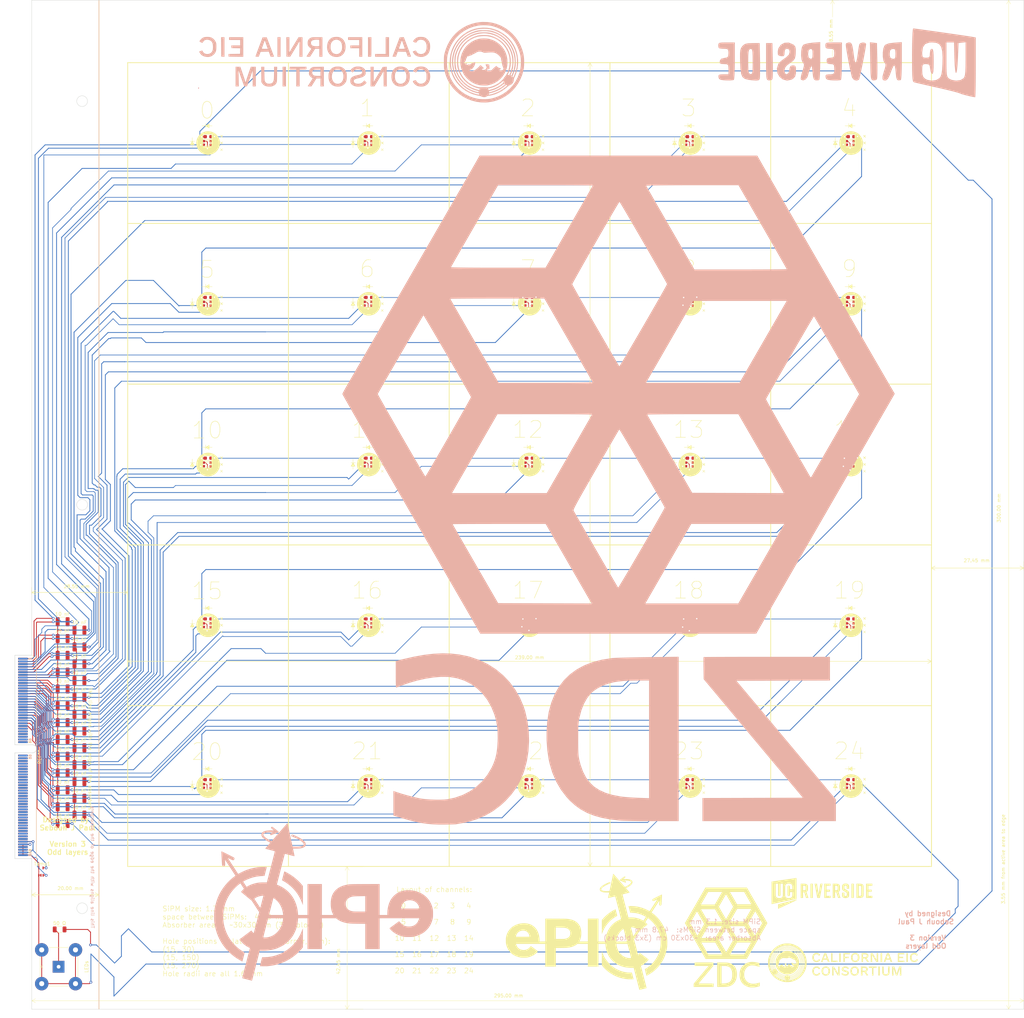
<source format=kicad_pcb>
(kicad_pcb (version 20240108) (generator "pcbnew") (generator_version "8.0")
  (layers (0 "F.Cu" signal) (31 "B.Cu" signal) (34 "B.Paste" user) (35 "F.Paste" user) (36 "B.SilkS" user "B.Silkscreen") (37 "F.SilkS" user "F.Silkscreen") (38 "B.Mask" user) (39 "F.Mask" user) (44 "Edge.Cuts" user))
  (net 0 "")
  (footprint "SiPM:S14160-1315PS_dimple_silkscreen_with_LED_copy" (layer "F.Cu") (at 155.25 263.65)
    (property "Reference" "REF**21" (hide yes))
    (property "Value" "S14160-3015PS")
  )
  (footprint "Capacitor_SMD:C_1210_3225Metric" (layer "F.Cu") (at 64.2 239.8)
    (property "Reference" "10 nF")
    (property "Value" "C_1210_3225Metric")
  )
  (footprint "Capacitor_SMD:C_1210_3225Metric" (layer "F.Cu") (at 64.2 254.8)
    (property "Reference" "10 nF")
    (property "Value" "C_1210_3225Metric")
  )
  (footprint "SiPM:S14160-1315PS_dimple_silkscreen_with_LED_copy" (layer "F.Cu") (at 107.45 263.65)
    (property "Reference" "REF**20" (hide yes))
    (property "Value" "S14160-3015PS")
  )
  (footprint "Capacitor_SMD:C_1210_3225Metric" (layer "F.Cu") (at 64.2 259.8)
    (property "Reference" "10 nF")
    (property "Value" "C_1210_3225Metric")
  )
  (footprint "Capacitor_SMD:C_1210_3225Metric" (layer "F.Cu") (at 64.2 249.8)
    (property "Reference" "10 nF")
    (property "Value" "C_1210_3225Metric")
  )
  (footprint "Capacitor_SMD:C_1210_3225Metric" (layer "F.Cu") (at 64.2 274.8)
    (property "Reference" "10 nF")
    (property "Value" "C_1210_3225Metric")
  )
  (footprint "SiPM:S14160-1315PS_dimple_silkscreen_with_LED_copy" (layer "F.Cu") (at 107.45 120.25)
    (property "Reference" "REF**5" (hide yes))
    (property "Value" "S14160-3015PS")
  )
  (footprint "SiPM:S14160-1315PS_dimple_silkscreen_with_LED_copy" (layer "F.Cu") (at 250.85 72.45)
    (property "Reference" "REF**3" (hide yes))
    (property "Value" "S14160-3015PS")
  )
  (footprint "Symbol:ePIC_logo_5.0cm" (layer "F.Cu") (at 220 307)
    (property "Reference" "G***" (hide yes))
    (property "Value" "LOGO" (hide yes))
  )
  (footprint "SiPM:S14160-1315PS_dimple_silkscreen_with_LED_copy" (layer "F.Cu") (at 298.65 72.45)
    (property "Reference" "REF**4" (hide yes))
    (property "Value" "S14160-3015PS")
  )
  (footprint "Connector_Coaxial:BNC_TEConnectivity_1478035_Horizontal" (layer "F.Cu") (at 63 317.4 90)
    (property "Reference" "LEDs")
    (property "Value" "BNC_TEConnectivity_1478035_Horizontal")
  )
  (footprint "Capacitor_SMD:C_1210_3225Metric" (layer "F.Cu") (at 69.2 252.3)
    (property "Reference" "10 nF")
    (property "Value" "C_1210_3225Metric")
  )
  (footprint "Capacitor_SMD:C_1210_3225Metric" (layer "F.Cu") (at 69.2 272.3)
    (property "Reference" "10 nF")
    (property "Value" "C_1210_3225Metric")
  )
  (footprint "SiPM:S14160-1315PS_dimple_silkscreen_with_LED_copy" (layer "F.Cu") (at 203.05 72.45)
    (property "Reference" "REF**2" (hide yes))
    (property "Value" "S14160-3015PS")
  )
  (footprint "Capacitor_SMD:C_1210_3225Metric" (layer "F.Cu") (at 64.2 269.8)
    (property "Reference" "10 nF")
    (property "Value" "C_1210_3225Metric")
  )
  (footprint "SiPM:S14160-1315PS_dimple_silkscreen_with_LED_copy" (layer "F.Cu") (at 298.65 215.85)
    (property "Reference" "REF**19" (hide yes))
    (property "Value" "S14160-3015PS")
  )
  (footprint "Connector_Samtec_HSEC8:Samtec_HSEC8-170-X-X-DV_2x70_P0.8mm_Edge" (layer "F.Cu") (at 50 255 -90)
    (property "Reference" "REF**")
    (property "Value" "Samtec_HSEC8-170-X-X-DV_2x70_P0.8mm_Edge")
    (fp_line (start -30.225 0) (end -3.595 0) (stroke (width 0.12)) (layer "Edge.Cuts"))
    (fp_line (start -3.595 0) (end -3.595 -5.2) (stroke (width 0.12)) (layer "Edge.Cuts"))
    (fp_line (start -1.195 0) (end 30.225 0) (stroke (width 0.12)) (layer "Edge.Cuts"))
    (fp_line (start 30.225 0) (end 30.225 -5) (stroke (width 0.12)) (layer "Edge.Cuts"))
    (fp_line (start -30.225 -5) (end -30.225 0) (stroke (width 0.12)) (layer "Edge.Cuts"))
    (fp_line (start -1.195 -5.2) (end -1.195 0) (stroke (width 0.12)) (layer "Edge.Cuts"))
    (fp_arc (start -3.595 -5.2) (mid -2.395 -6.4) (end -1.195 -5.2) (stroke (width 0.12)) (layer "Edge.Cuts"))
  )
  (footprint "SiPM:S14160-1315PS_dimple_silkscreen_with_LED_copy" (layer "F.Cu") (at 203.05 120.25)
    (property "Reference" "REF**7" (hide yes))
    (property "Value" "S14160-3015PS")
  )
  (footprint "Capacitor_SMD:C_1210_3225Metric" (layer "F.Cu") (at 69.2 222.3)
    (property "Reference" "10 nF")
    (property "Value" "C_1210_3225Metric")
  )
  (footprint "Symbol:ZDC_logo_30x30mm" (layer "F.Cu") (at 261.068409 308.781019)
    (property "Reference" "G***" (hide yes))
    (property "Value" "LOGO" (hide yes))
  )
  (footprint "Symbol:consortium_logo_5cm" (layer "F.Cu") (at 295.7 316.1)
    (property "Reference" "G***" (hide yes))
    (property "Value" "LOGO" (hide yes))
  )
  (footprint "Capacitor_SMD:C_1210_3225Metric" (layer "F.Cu") (at 69.2 232.3)
    (property "Reference" "10 nF")
    (property "Value" "C_1210_3225Metric")
  )
  (footprint "Capacitor_SMD:C_1210_3225Metric" (layer "F.Cu") (at 69.2 257.3)
    (property "Reference" "10 nF")
    (property "Value" "C_1210_3225Metric")
  )
  (footprint "Capacitor_SMD:C_1210_3225Metric" (layer "F.Cu") (at 69.2 267.3)
    (property "Reference" "10 nF")
    (property "Value" "C_1210_3225Metric")
  )
  (footprint "SiPM:S14160-1315PS_dimple_silkscreen_with_LED_copy" (layer "F.Cu") (at 250.85 120.25)
    (property "Reference" "REF**8" (hide yes))
    (property "Value" "S14160-3015PS")
  )
  (footprint "Capacitor_SMD:C_1210_3225Metric" (layer "F.Cu") (at 69.2 242.3)
    (property "Reference" "10 nF")
    (property "Value" "C_1210_3225Metric")
  )
  (footprint "SiPM:S14160-1315PS_dimple_silkscreen_with_LED_copy" (layer "F.Cu") (at 298.65 168.05)
    (property "Reference" "REF**14" (hide yes))
    (property "Value" "S14160-3015PS")
  )
  (footprint "SiPM:S14160-1315PS_dimple_silkscreen_with_LED_copy" (layer "F.Cu") (at 250.85 263.65)
    (property "Reference" "REF**23" (hide yes))
    (property "Value" "S14160-3015PS")
  )
  (footprint "SiPM:S14160-1315PS_dimple_silkscreen_with_LED_copy" (layer "F.Cu") (at 298.65 263.65)
    (property "Reference" "REF**24" (hide yes))
    (property "Value" "S14160-3015PS")
  )
  (footprint "SiPM:S14160-1315PS_dimple_silkscreen_with_LED_copy" (layer "F.Cu") (at 155.25 215.85)
    (property "Reference" "REF**16" (hide yes))
    (property "Value" "S14160-3015PS")
  )
  (footprint "Symbol:UCR_Logo_3cm" (layer "F.Cu") (at 290 295.6)
    (property "Reference" "G***" (hide yes))
    (property "Value" "LOGO" (hide yes))
  )
  (footprint "Capacitor_SMD:C_1210_3225Metric" (layer "F.Cu") (at 64.2 234.8)
    (property "Reference" "10 nF")
    (property "Value" "C_1210_3225Metric")
  )
  (footprint "SiPM:S14160-1315PS_dimple_silkscreen_with_LED_copy" (layer "F.Cu") (at 107.45 168.05)
    (property "Reference" "REF**10" (hide yes))
    (property "Value" "S14160-3015PS")
  )
  (footprint "SiPM:S14160-1315PS_dimple_silkscreen_with_LED_copy" (layer "F.Cu") (at 155.25 120.25)
    (property "Reference" "REF**6" (hide yes))
    (property "Value" "S14160-3015PS")
  )
  (footprint "Capacitor_SMD:C_1210_3225Metric" (layer "F.Cu") (at 69.2 237.3)
    (property "Reference" "10 nF")
    (property "Value" "C_1210_3225Metric")
  )
  (footprint "SiPM:S14160-1315PS_dimple_silkscreen_with_LED_copy" (layer "F.Cu") (at 203.05 215.85)
    (property "Reference" "REF**17" (hide yes))
    (property "Value" "S14160-3015PS")
  )
  (footprint "Capacitor_SMD:C_1210_3225Metric" (layer "F.Cu") (at 64.2 219.8)
    (property "Reference" "10 nF")
    (property "Value" "C_1210_3225Metric")
  )
  (footprint "Capacitor_SMD:C_1210_3225Metric" (layer "F.Cu") (at 64.2 264.8)
    (property "Reference" "10 nF")
    (property "Value" "C_1210_3225Metric")
  )
  (footprint "Capacitor_SMD:C_1210_3225Metric" (layer "F.Cu") (at 69.2 227.3)
    (property "Reference" "10 nF")
    (property "Value" "C_1210_3225Metric")
  )
  (footprint "Capacitor_SMD:C_1210_3225Metric" (layer "F.Cu") (at 69.2 247.3)
    (property "Reference" "10 nF")
    (property "Value" "C_1210_3225Metric")
  )
  (footprint "SiPM:S14160-1315PS_dimple_silkscreen_with_LED_copy" (layer "F.Cu") (at 203.05 168.05)
    (property "Reference" "REF**12" (hide yes))
    (property "Value" "S14160-3015PS")
  )
  (footprint "Capacitor_SMD:C_1210_3225Metric" (layer "F.Cu") (at 64.2 214.8)
    (property "Reference" "10 nF")
    (property "Value" "C_1210_3225Metric")
  )
  (footprint "SiPM:S14160-1315PS_dimple_silkscreen_with_LED_copy" (layer "F.Cu") (at 203.05 263.65)
    (property "Reference" "REF**22" (hide yes))
    (property "Value" "S14160-3015PS")
  )
  (footprint "Capacitor_SMD:C_1210_3225Metric" (layer "F.Cu") (at 64.2 229.8)
    (property "Reference" "10 nF")
    (property "Value" "C_1210_3225Metric")
  )
  (footprint "Capacitor_SMD:C_1210_3225Metric" (layer "F.Cu") (at 69.2 262.3)
    (property "Reference" "10 nF")
    (property "Value" "C_1210_3225Metric")
  )
  (footprint "Capacitor_SMD:C_1210_3225Metric" (layer "F.Cu") (at 69.2 217.3)
    (property "Reference" "10 nF")
    (property "Value" "C_1210_3225Metric")
  )
  (footprint "SiPM:S14160-1315PS_dimple_silkscreen_with_LED_copy" (layer "F.Cu") (at 107.45 215.85)
    (property "Reference" "REF**15" (hide yes))
    (property "Value" "S14160-3015PS")
  )
  (footprint "Capacitor_SMD:C_1210_3225Metric" (layer "F.Cu") (at 64.2 224.8)
    (property "Reference" "10 nF")
    (property "Value" "C_1210_3225Metric")
  )
  (footprint "Resistor_SMD:R_1206_3216Metric" (layer "F.Cu") (at 63.3 306.3)
    (property "Reference" "50 Ω")
    (property "Value" "R_1206_3216Metric")
  )
  (footprint "Capacitor_SMD:C_1210_3225Metric" (layer "F.Cu") (at 64.2 244.8)
    (property "Reference" "10 nF")
    (property "Value" "C_1210_3225Metric")
  )
  (footprint "SiPM:S14160-1315PS_dimple_silkscreen_with_LED_copy" (layer "F.Cu") (at 298.65 120.25)
    (property "Reference" "REF**9" (hide yes))
    (property "Value" "S14160-3015PS")
  )
  (footprint "SiPM:S14160-1315PS_dimple_silkscreen_with_LED_copy" (layer "F.Cu") (at 250.85 168.05)
    (property "Reference" "REF**13" (hide yes))
    (property "Value" "S14160-3015PS")
  )
  (footprint "Sensor:LM94021QBIMG-NOPB" (layer "F.Cu") (at 57.75 289.1)
    (property "Reference" "Temp1")
    (property "Value" "LM94021QBIMG-NOPB")
  )
  (footprint "SiPM:S14160-1315PS_dimple_silkscreen_with_LED_copy" (layer "F.Cu") (at 155.25 72.45)
    (property "Reference" "REF**1" (hide yes))
    (property "Value" "S14160-3015PS")
  )
  (footprint "SiPM:S14160-1315PS_dimple_silkscreen_with_LED_copy" (layer "F.Cu") (at 250.85 215.85)
    (property "Reference" "REF**18" (hide yes))
    (property "Value" "S14160-3015PS")
  )
  (footprint "SiPM:S14160-1315PS_dimple_silkscreen_with_LED_copy" (layer "F.Cu") (at 107.45 72.45)
    (property "Reference" "REF**" (hide yes))
    (property "Value" "S14160-3015PS")
  )
  (footprint "SiPM:S14160-1315PS_dimple_silkscreen_with_LED_copy" (layer "F.Cu") (at 155.25 168.05)
    (property "Reference" "REF**11" (hide yes))
    (property "Value" "S14160-3015PS")
  )
  (footprint "Symbol:ZDC_logo_20x20cm" (layer "B.Cu") (at 232.4 176.2 180)
    (property "Reference" "G***" (hide yes))
    (property "Value" "LOGO" (hide yes))
  )
  (footprint "Symbol:Consortium_logo_11cm" (layer "B.Cu") (at 152.8 48 180)
    (property "Reference" "G***" (hide yes))
    (property "Value" "LOGO" (hide yes))
  )
  (footprint "Symbol:UCR_logo_10cm" (layer "B.Cu") (at 298.2 50.5 180)
    (property "Reference" "G***" (hide yes))
    (property "Value" "LOGO" (hide yes))
  )
  (footprint "Symbol:ePIC_logo_6.8cm" (layer "B.Cu") (at 141.8 298.1 180)
    (property "Reference" "G***" (hide yes))
    (property "Value" "LOGO" (hide yes))
  )
  (gr_line (start 75 330) (end 75 30) (stroke (width 0.15)) (layer "B.SilkS"))
  (gr_line (start 83.55 239.76) (end 322.55 239.76) (stroke (width 0.25)) (layer "F.SilkS"))
  (gr_line (start 179.15 48.56) (end 179.15 287.56) (stroke (width 0.25)) (layer "F.SilkS"))
  (gr_line (start 83.55 144.16) (end 322.55 144.16) (stroke (width 0.25)) (layer "F.SilkS"))
  (gr_line (start 226.95 48.56) (end 226.95 287.56) (stroke (width 0.25)) (layer "F.SilkS"))
  (gr_line (start 75 30) (end 75 330) (stroke (width 0.15)) (layer "F.SilkS"))
  (gr_line (start 322.55 48.56) (end 322.55 287.56) (stroke (width 0.25)) (layer "F.SilkS"))
  (gr_line (start 274.75 48.56) (end 274.75 287.56) (stroke (width 0.25)) (layer "F.SilkS"))
  (gr_line (start 83.55 48.56) (end 83.55 287.56) (stroke (width 0.25)) (layer "F.SilkS"))
  (gr_line (start 83.55 191.96) (end 322.55 191.96) (stroke (width 0.25)) (layer "F.SilkS"))
  (gr_line (start 83.55 287.56) (end 322.55 287.56) (stroke (width 0.25)) (layer "F.SilkS"))
  (gr_line (start 131.35 48.56) (end 131.35 287.56) (stroke (width 0.25)) (layer "F.SilkS"))
  (gr_line (start 83.55 96.36) (end 322.55 96.36) (stroke (width 0.25)) (layer "F.SilkS"))
  (gr_line (start 83.55 48.56) (end 322.55 48.56) (stroke (width 0.25)) (layer "F.SilkS"))
  (gr_circle (center 70 300) (end 71.6 300) (stroke (width 0.1)) (fill none) (layer "Edge.Cuts"))
  (gr_line (start 55 30) (end 55 74.775) (stroke (width 0.1)) (layer "Edge.Cuts"))
  (gr_line (start 55 224.775) (end 55 74.775) (stroke (width 0.1)) (layer "Edge.Cuts"))
  (gr_circle (center 70 180) (end 71.6 180) (stroke (width 0.1)) (fill none) (layer "Edge.Cuts"))
  (gr_line (start 350 30) (end 350 330) (stroke (width 0.1)) (layer "Edge.Cuts"))
  (gr_line (start 350 30) (end 55 30) (stroke (width 0.1)) (layer "Edge.Cuts"))
  (gr_line (start 350 330) (end 55 330) (stroke (width 0.1)) (layer "Edge.Cuts"))
  (gr_circle (center 70 60) (end 71.6 60) (stroke (width 0.1)) (fill none) (layer "Edge.Cuts"))
  (gr_line (start 55 330) (end 55 285.225) (stroke (width 0.1)) (layer "Edge.Cuts"))
  (gr_text "Designed by \nSebouh J Paul\n\nVersion 3 \nOdd layers" (at 320.9 306.4 0) (layer "B.SilkS") (effects (font (size 1.5 1.5) (thickness 0.3)) (justify mirror)))
  (gr_text "This line aligns with the edge of the absorbers" (at 73.1 287.8 270) (layer "B.SilkS") (effects (font (size 1 1)) (justify mirror)))
  (gr_text "SiPM size: 1.3 mm\nspace between SiPMs:  47.8 mm\nAbsorber area:  ~30x30 cm (3x3 blocks)" (at 271.9 306.4 0) (layer "B.SilkS") (effects (font (size 1.5 1.5)) (justify left mirror)))
  (gr_text "23" (at 250.35 253.26 0) (layer "F.SilkS") (effects (font (size 5 5))))
  (gr_text "24" (at 298.15 253.26 0) (layer "F.SilkS") (effects (font (size 5 5))))
  (gr_text "3" (at 250.35 62.06 0) (layer "F.SilkS") (effects (font (size 5 5))))
  (gr_text "Layout of channels:\n\n 0   1   2   3   4\n\n 5   6   7   8   9\n\n10  11  12  13  14\n\n15  16  17  18  19\n\n20  21  22  23  24" (at 174.7 306.5 0) (layer "F.SilkS") (effects (font (size 1.5 1.5))))
  (gr_text "18" (at 250.35 205.46 0) (layer "F.SilkS") (effects (font (size 5 5))))
  (gr_text "This line aligns with the edge of the absorbers\n" (at 72.4 252.6 270) (layer "F.SilkS") (effects (font (size 1 1))))
  (gr_text "4" (at 298.15 62.06 0) (layer "F.SilkS") (effects (font (size 5 5))))
  (gr_text "10" (at 107.15 157.86 0) (layer "F.SilkS") (effects (font (size 5 5))))
  (gr_text "21" (at 154.75 253.26 0) (layer "F.SilkS") (effects (font (size 5 5))))
  (gr_text "15" (at 107.15 205.66 0) (layer "F.SilkS") (effects (font (size 5 5))))
  (gr_text "3.55 mm from active area to edge" (at 343.9 285.4 90) (layer "F.SilkS") (effects (font (size 1 1))))
  (gr_text "1" (at 154.75 62.06 0) (layer "F.SilkS") (effects (font (size 5 5))))
  (gr_text "0" (at 107.15 62.76 0) (layer "F.SilkS") (effects (font (size 5 5))))
  (gr_text "SiPM size: 1.3 mm\nspace between SiPMs:  47.8 mm\nAbsorber area:   ~30x30 cm (3x3 blocks)\n\nHole positions (relative to UL corner, mm):\n(15, 30)\n(15, 150)\n(15, 270)\nHole radii are all 1.6 mm" (at 93.8 309.8 0) (layer "F.SilkS") (effects (font (size 1.5 1.5)) (justify left)))
  (gr_text "8" (at 250.35 109.86 0) (layer "F.SilkS") (effects (font (size 5 5))))
  (gr_text "20" (at 107.15 253.46 0) (layer "F.SilkS") (effects (font (size 5 5))))
  (gr_text "Designed by \nSebouh J Paul\n\nVersion 3\nOdd layers\n" (at 65.7 278.5 0) (layer "F.SilkS") (effects (font (size 1.5 1.5) (thickness 0.3))))
  (gr_text "22" (at 202.55 253.26 0) (layer "F.SilkS") (effects (font (size 5 5))))
  (gr_text "17" (at 202.55 205.46 0) (layer "F.SilkS") (effects (font (size 5 5))))
  (gr_text "13" (at 250.35 157.66 0) (layer "F.SilkS") (effects (font (size 5 5))))
  (gr_text "16" (at 154.75 205.46 0) (layer "F.SilkS") (effects (font (size 5 5))))
  (gr_text "9" (at 298.15 109.86 0) (layer "F.SilkS") (effects (font (size 5 5))))
  (gr_text "5" (at 107.15 110.06 0) (layer "F.SilkS") (effects (font (size 5 5))))
  (gr_text "11" (at 154.75 157.66 0) (layer "F.SilkS") (effects (font (size 5 5))))
  (gr_text "19" (at 298.15 205.46 0) (layer "F.SilkS") (effects (font (size 5 5))))
  (gr_text "14" (at 298.15 157.66 0) (layer "F.SilkS") (effects (font (size 5 5))))
  (gr_text "2" (at 202.55 62.06 0) (layer "F.SilkS") (effects (font (size 5 5))))
  (gr_text "6" (at 154.75 109.86 0) (layer "F.SilkS") (effects (font (size 5 5))))
  (gr_text "7" (at 202.55 109.86 0) (layer "F.SilkS") (effects (font (size 5 5))))
  (gr_text "12" (at 202.55 157.66 0) (layer "F.SilkS") (effects (font (size 5 5))))
  (dimension (type aligned) (layer "F.SilkS") (pts (xy 345.5 330) (xy 345.5 30)) (height 0) (gr_text "300.00 mm" (at 342.6 180.99 90) (layer "F.SilkS") (effects (font (size 1 1) (thickness 0.15)))) (format (prefix "") (suffix "") (units 3) (units_format 1) (precision 2)) (style (thickness 0.1) (arrow_length 1.27) (text_position_mode 2) (extension_height 0.58642) (extension_offset 0.5) keep_text_aligned))
  (dimension (type aligned) (layer "F.SilkS") (pts (xy 295.424329 48.6) (xy 295.424329 30)) (height -2.299603) (gr_text "18.55 mm" (at 292.7 39.5 90) (layer "F.SilkS") (effects (font (size 1 1) (thickness 0.15)))) (format (prefix "") (suffix "") (units 3) (units_format 1) (precision 2) (override_value "18.55")) (style (thickness 0.1) (arrow_length 1.27) (text_position_mode 2) (extension_height 0.58642) (extension_offset 0.5) keep_text_aligned))
  (dimension (type aligned) (layer "F.SilkS") (pts (xy 55 204.1) (xy 83.5 204.1)) (height 2.000024) (gr_text "28.55 mm" (at 68.4 204.3 0) (layer "F.SilkS") (effects (font (size 1 1) (thickness 0.15)))) (format (prefix "") (suffix "") (units 3) (units_format 1) (precision 2) (override_value "28.55")) (style (thickness 0.15) (arrow_length 1.27) (text_position_mode 2) (extension_height 0.58642) (extension_offset 0.5) keep_text_aligned))
  (dimension (type aligned) (layer "F.SilkS") (pts (xy 322.55 287.56) (xy 322.55 48.56)) (height -101.52) (gr_text "239.00 mm" (at 219.88 168.06 90) (layer "F.SilkS") (effects (font (size 1 1) (thickness 0.15)))) (format (prefix "") (suffix "") (units 3) (units_format 1) (precision 2)) (style (thickness 0.15) (arrow_length 1.27) (text_position_mode 0) (extension_height 0.58642) (extension_offset 0.5) keep_text_aligned))
  (dimension (type aligned) (layer "F.SilkS") (pts (xy 154.046903 287.6) (xy 154.046903 330)) (height 5.250713) (gr_text "42.45 mm" (at 146.2 315.812114 90) (layer "F.SilkS") (effects (font (size 1 1) (thickness 0.15)))) (format (prefix "") (suffix "") (units 3) (units_format 1) (precision 2) (override_value "42.45")) (style (thickness 0.1) (arrow_length 1.27) (text_position_mode 2) (extension_height 0.58642) (extension_offset 0.5) keep_text_aligned))
  (dimension (type aligned) (layer "F.SilkS") (pts (xy 55 327.51) (xy 350 327.51)) (height -0.01) (gr_text "295.00 mm" (at 196.8 326 0) (layer "F.SilkS") (effects (font (size 1 1) (thickness 0.15)))) (format (prefix "") (suffix "") (units 3) (units_format 1) (precision 2)) (style (thickness 0.1) (arrow_length 1.27) (text_position_mode 2) (extension_height 0.58642) (extension_offset 0.5) keep_text_aligned))
  (dimension (type aligned) (layer "F.SilkS") (pts (xy 322.5 196.399976) (xy 350 196.399976)) (height 2.44133) (gr_text "27.45 mm" (at 336 196.599976 0) (layer "F.SilkS") (effects (font (size 1 1) (thickness 0.15)))) (format (prefix "") (suffix "") (units 3) (units_format 1) (precision 2) (override_value "27.45")) (style (thickness 0.15) (arrow_length 1.27) (text_position_mode 2) (extension_height 0.58642) (extension_offset 0.5) keep_text_aligned))
  (dimension (type aligned) (layer "F.SilkS") (pts (xy 83.55 287.56) (xy 322.55 287.56)) (height -60.97) (gr_text "239.00 mm" (at 203.05 225.44 0) (layer "F.SilkS") (effects (font (size 1 1) (thickness 0.15)))) (format (prefix "") (suffix "") (units 3) (units_format 1) (precision 2)) (style (thickness 0.15) (arrow_length 1.27) (text_position_mode 0) (extension_height 0.58642) (extension_offset 0.5) keep_text_aligned))
  (dimension (type aligned) (layer "F.SilkS") (pts (xy 55 294.062827) (xy 75 294.062827)) (height 1.937173) (gr_text "20.00 mm" (at 66.538595 294.084232 0) (layer "F.SilkS") (effects (font (size 1 1) (thickness 0.15)))) (format (prefix "") (suffix "") (units 3) (units_format 1) (precision 2)) (style (thickness 0.15) (arrow_length 1.27) (text_position_mode 2) (extension_height 0.58642) (extension_offset 0.5) keep_text_aligned))
  (segment (start 56 240.3) (end 55.6 240.3) (width 0.25) (layer "F.Cu") (net 0))
  (segment (start 60.1 269.7) (end 60.1 266.5) (width 0.25) (layer "F.Cu") (net 0))
  (segment (start 201.7775 264.15) (end 200.8 264.15) (width 0.2) (layer "F.Cu") (net 0))
  (segment (start 61.4 228.8) (end 61.5 228.8) (width 0.25) (layer "F.Cu") (net 0))
  (segment (start 61.4 243.8) (end 61.4 241.1) (width 0.25) (layer "F.Cu") (net 0))
  (segment (start 201.7175 168.49) (end 201.7775 168.55) (width 0.2) (layer "F.Cu") (net 0))
  (segment (start 153.02 216.35) (end 152.96 216.29) (width 0.2) (layer "F.Cu") (net 0))
  (segment (start 58.2 235.4) (end 52.4 235.4) (width 0.25) (layer "F.Cu") (net 0))
  (segment (start 55.7 225.3) (end 55.2 225.8) (width 0.25) (layer "F.Cu") (net 0))
  (segment (start 65.675 269.8) (end 67 269.8) (width 0.25) (layer "F.Cu") (net 0))
  (segment (start 154.67 167.5) (end 155.06 167.89) (width 0.2) (layer "F.Cu") (net 0))
  (segment (start 61.3 259.8) (end 59.8 258.3) (width 0.25) (layer "F.Cu") (net 0))
  (segment (start 60.8 224.3) (end 60.9 224.2) (width 0.25) (layer "F.Cu") (net 0))
  (segment (start 57 225.6) (end 55.2 227.4) (width 0.25) (layer "F.Cu") (net 0))
  (segment (start 57.1 288.95) (end 57.1 290) (width 0.2) (layer "F.Cu") (net 0))
  (segment (start 61.4 241.1) (end 61.35 241.05) (width 0.25) (layer "F.Cu") (net 0))
  (segment (start 60.4 235) (end 61.4 236) (width 0.25) (layer "F.Cu") (net 0))
  (segment (start 60.8 250.7) (end 61.4 250.7) (width 0.25) (layer "F.Cu") (net 0))
  (segment (start 251.725 213.965) (end 252.685 213.965) (width 0.2) (layer "F.Cu") (net 0))
  (segment (start 68.3 222.875) (end 67.725 222.3) (width 0.25) (layer "F.Cu") (net 0))
  (segment (start 57.5 251.8) (end 57.2 251.5) (width 0.25) (layer "F.Cu") (net 0))
  (segment (start 55.8 246.5) (end 55.8 245.2) (width 0.25) (layer "F.Cu") (net 0))
  (segment (start 60.5 258) (end 60.5 255) (width 0.25) (layer "F.Cu") (net 0))
  (segment (start 297.3175 72.89) (end 297.3775 72.95) (width 0.2) (layer "F.Cu") (net 0))
  (segment (start 57.7 220.6) (end 58.7 219.6) (width 0.25) (layer "F.Cu") (net 0))
  (segment (start 56.5 213.8) (end 55.7 214.6) (width 0.25) (layer "F.Cu") (net 0))
  (segment (start 296.36 120.69) (end 297.3175 120.69) (width 0.2) (layer "F.Cu") (net 0))
  (segment (start 298.36 120.39) (end 298.36 121.89) (width 0.2) (layer "F.Cu") (net 0))
  (segment (start 60.9 225.1) (end 61 225.2) (width 0.25) (layer "F.Cu") (net 0))
  (segment (start 61.3 230.1) (end 61.3 230) (width 0.25) (layer "F.Cu") (net 0))
  (segment (start 200.76 72.99) (end 201.7375 72.99) (width 0.2) (layer "F.Cu") (net 0))
  (segment (start 59.4 233.8) (end 60.4 234.8) (width 0.25) (layer "F.Cu") (net 0))
  (segment (start 58.5 241.7) (end 58.5 242.7) (width 0.25) (layer "F.Cu") (net 0))
  (segment (start 248.86 213.99) (end 249.95 213.99) (width 0.25) (layer "F.Cu") (net 0))
  (segment (start 62.825 217.3) (end 62.725 217.2) (width 0.25) (layer "F.Cu") (net 0))
  (segment (start 72 232.3) (end 72.1 232.3) (width 0.25) (layer "F.Cu") (net 0))
  (segment (start 72 247.3) (end 72.1 247.3) (width 0.25) (layer "F.Cu") (net 0))
  (segment (start 70.675 252.3) (end 72 252.3) (width 0.25) (layer "F.Cu") (net 0))
  (segment (start 61.35 241.05) (end 61.35 240.7) (width 0.25) (layer "F.Cu") (net 0))
  (segment (start 154.57 71.9) (end 154.96 72.29) (width 0.2) (layer "F.Cu") (net 0))
  (segment (start 107.23 120.19) (end 107.23 121.76) (width 0.25) (layer "F.Cu") (net 0))
  (segment (start 250.66 120.19) (end 250.66 121.79) (width 0.2) (layer "F.Cu") (net 0))
  (segment (start 248.66 264.19) (end 249.5375 264.19) (width 0.2) (layer "F.Cu") (net 0))
  (segment (start 202.57 71.9) (end 202.86 72.19) (width 0.2) (layer "F.Cu") (net 0))
  (segment (start 106.1775 263.1) (end 106.87 263.1) (width 0.2) (layer "F.Cu") (net 0))
  (segment (start 155.06 263.49) (end 155.06 265.09) (width 0.2) (layer "F.Cu") (net 0))
  (segment (start 60.05 239.4) (end 60.05 236.65) (width 0.25) (layer "F.Cu") (net 0))
  (segment (start 156.125 118.365) (end 157.085 118.365) (width 0.2) (layer "F.Cu") (net 0))
  (segment (start 106.87 263.1) (end 107.16 263.39) (width 0.2) (layer "F.Cu") (net 0))
  (segment (start 60 245.95) (end 60 249.4) (width 0.25) (layer "F.Cu") (net 0))
  (segment (start 106.1375 168.59) (end 106.1775 168.55) (width 0.2) (layer "F.Cu") (net 0))
  (segment (start 297.3375 168.59) (end 297.3775 168.55) (width 0.2) (layer "F.Cu") (net 0))
  (segment (start 153.26 70.59) (end 154.35 70.59) (width 0.25) (layer "F.Cu") (net 0))
  (segment (start 60.6 260.8) (end 58.85 259.05) (width 0.25) (layer "F.Cu") (net 0))
  (segment (start 52.4 232.2) (end 59.8 232.2) (width 0.25) (layer "F.Cu") (net 0))
  (segment (start 201.7775 216.35) (end 200.82 216.35) (width 0.2) (layer "F.Cu") (net 0))
  (segment (start 250.66 215.99) (end 250.66 217.39) (width 0.2) (layer "F.Cu") (net 0))
  (segment (start 58.05 244.8) (end 58.05 242.35) (width 0.25) (layer "F.Cu") (net 0))
  (segment (start 63 307.4625) (end 61.8375 306.3) (width 0.25) (layer "F.Cu") (net 0))
  (segment (start 201.7775 119.7) (end 202.37 119.7) (width 0.2) (layer "F.Cu") (net 0))
  (segment (start 106.67 167.5) (end 106.1775 167.5) (width 0.2) (layer "F.Cu") (net 0))
  (segment (start 202.86 168.19) (end 202.86 169.59) (width 0.2) (layer "F.Cu") (net 0))
  (segment (start 52.4 228.2) (end 55.1 228.2) (width 0.25) (layer "F.Cu") (net 0))
  (segment (start 61.3 214.9) (end 61.4 214.8) (width 0.25) (layer "F.Cu") (net 0))
  (segment (start 70.675 227.3) (end 72 227.3) (width 0.25) (layer "F.Cu") (net 0))
  (segment (start 61.3 265.9) (end 61.3 268.8) (width 0.25) (layer "F.Cu") (net 0))
  (segment (start 65.675 274.8) (end 67 274.8) (width 0.25) (layer "F.Cu") (net 0))
  (segment (start 108.325 118.365) (end 109.285 118.365) (width 0.2) (layer "F.Cu") (net 0))
  (segment (start 60.7 266.2) (end 57.5 263) (width 0.25) (layer "F.Cu") (net 0))
  (segment (start 59.575 250.225) (end 58.95 249.6) (width 0.25) (layer "F.Cu") (net 0))
  (segment (start 55.3 247.3) (end 53.8 245.8) (width 0.25) (layer "F.Cu") (net 0))
  (segment (start 297.3775 71.9) (end 297.67 71.9) (width 0.2) (layer "F.Cu") (net 0))
  (segment (start 203.925 118.365) (end 204.885 118.365) (width 0.2) (layer "F.Cu") (net 0))
  (segment (start 105.26 168.59) (end 106.1375 168.59) (width 0.2) (layer "F.Cu") (net 0))
  (segment (start 249.97 263.1) (end 250.66 263.79) (width 0.2) (layer "F.Cu") (net 0))
  (segment (start 55.3 229) (end 60 224.3) (width 0.25) (layer "F.Cu") (net 0))
  (segment (start 61.3 275) (end 56.6 270.3) (width 0.25) (layer "F.Cu") (net 0))
  (segment (start 62.725 217.2) (end 62.725 219.8) (width 0.25) (layer "F.Cu") (net 0))
  (segment (start 61.35 240.7) (end 60.05 239.4) (width 0.25) (layer "F.Cu") (net 0))
  (segment (start 60 224.3) (end 60.8 224.3) (width 0.25) (layer "F.Cu") (net 0))
  (segment (start 54.751777 284.2) (end 57.1 286.548223) (width 0.25) (layer "F.Cu") (net 0))
  (segment (start 59.15 250.35) (end 58.4 249.6) (width 0.25) (layer "F.Cu") (net 0))
  (segment (start 70.675 217.3) (end 72 217.3) (width 0.25) (layer "F.Cu") (net 0))
  (segment (start 250.66 265.09) (end 250.56 265.19) (width 0.2) (layer "F.Cu") (net 0))
  (segment (start 58.6 255.4) (end 58.6 251.65) (width 0.25) (layer "F.Cu") (net 0))
  (segment (start 55 243.4) (end 56.2 244.6) (width 0.25) (layer "F.Cu") (net 0))
  (segment (start 59.05 244.4) (end 59.475 244.825) (width 0.25) (layer "F.Cu") (net 0))
  (segment (start 72 272.3) (end 72.1 272.3) (width 0.25) (layer "F.Cu") (net 0))
  (segment (start 61.3 230) (end 61.4 230) (width 0.25) (layer "F.Cu") (net 0))
  (segment (start 61.4 230) (end 61.3 230.1) (width 0.25) (layer "F.Cu") (net 0))
  (segment (start 57.55 242.75) (end 55.8 241) (width 0.25) (layer "F.Cu") (net 0))
  (segment (start 298.46 264.99) (end 298.36 265.09) (width 0.2) (layer "F.Cu") (net 0))
  (segment (start 61.5 251.5) (end 61.4 251.6) (width 0.25) (layer "F.Cu") (net 0))
  (segment (start 248.86 118.39) (end 249.95 118.39) (width 0.25) (layer "F.Cu") (net 0))
  (segment (start 297.3775 215.3) (end 297.87 215.3) (width 0.2) (layer "F.Cu") (net 0))
  (segment (start 106.1175 120.69) (end 106.1775 120.75) (width 0.2) (layer "F.Cu") (net 0))
  (segment (start 65.675 244.8) (end 67 244.8) (width 0.25) (layer "F.Cu") (net 0))
  (segment (start 65.675 264.8) (end 67 264.8) (width 0.25) (layer "F.Cu") (net 0))
  (segment (start 55.4 280.2) (end 55.5 280.2) (width 0.25) (layer "F.Cu") (net 0))
  (segment (start 297.3775 119.7) (end 297.67 119.7) (width 0.2) (layer "F.Cu") (net 0))
  (segment (start 58.4 287.95) (end 59 287.95) (width 0.2) (layer "F.Cu") (net 0))
  (segment (start 202.86 215.99) (end 202.86 217.39) (width 0.2) (layer "F.Cu") (net 0))
  (segment (start 55.1 228.2) (end 57.7 225.6) (width 0.25) (layer "F.Cu") (net 0))
  (segment (start 108.325 261.765) (end 109.285 261.765) (width 0.2) (layer "F.Cu") (net 0))
  (segment (start 60.1 250.7) (end 60.1 250.1) (width 0.25) (layer "F.Cu") (net 0))
  (segment (start 59.8 255.2) (end 59.55 254.95) (width 0.25) (layer "F.Cu") (net 0))
  (segment (start 67 214.8) (end 67.1 214.8) (width 0.25) (layer "F.Cu") (net 0))
  (segment (start 60.05 254.55) (end 60.05 251.3) (width 0.25) (layer "F.Cu") (net 0))
  (segment (start 57.65 251.35) (end 58.1 251.8) (width 0.25) (layer "F.Cu") (net 0))
  (segment (start 202.27 263.1) (end 202.76 263.59) (width 0.2) (layer "F.Cu") (net 0))
  (segment (start 70.675 257.3) (end 72 257.3) (width 0.25) (layer "F.Cu") (net 0))
  (segment (start 72 252.3) (end 72.1 252.3) (width 0.25) (layer "F.Cu") (net 0))
  (segment (start 52.4 281) (end 54.5 281) (width 0.25) (layer "F.Cu") (net 0))
  (segment (start 65.675 239.8) (end 67 239.8) (width 0.25) (layer "F.Cu") (net 0))
  (segment (start 154.67 263.1) (end 155.06 263.49) (width 0.2) (layer "F.Cu") (net 0))
  (segment (start 250.17 119.7) (end 250.66 120.19) (width 0.2) (layer "F.Cu") (net 0))
  (segment (start 60.5 245.8) (end 60 245.3) (width 0.25) (layer "F.Cu") (net 0))
  (segment (start 60.7 244.2) (end 60.7 240.85) (width 0.25) (layer "F.Cu") (net 0))
  (segment (start 59.05 241.55) (end 59.05 244.4) (width 0.25) (layer "F.Cu") (net 0))
  (segment (start 70.675 232.3) (end 72 232.3) (width 0.25) (layer "F.Cu") (net 0))
  (segment (start 251.725 261.765) (end 252.685 261.765) (width 0.2) (layer "F.Cu") (net 0))
  (segment (start 61.4 244.9) (end 60.7 244.2) (width 0.25) (layer "F.Cu") (net 0))
  (segment (start 61.4 228.9) (end 61.4 228.8) (width 0.25) (layer "F.Cu") (net 0))
  (segment (start 67 259.8) (end 67.1 259.8) (width 0.25) (layer "F.Cu") (net 0))
  (segment (start 106.1775 119.7) (end 106.74 119.7) (width 0.25) (layer "F.Cu") (net 0))
  (segment (start 296.66 213.99) (end 297.75 213.99) (width 0.25) (layer "F.Cu") (net 0))
  (segment (start 62.725 214.8) (end 62.725 217.2) (width 0.25) (layer "F.Cu") (net 0))
  (segment (start 60.7 245.3) (end 61.3 245.9) (width 0.25) (layer "F.Cu") (net 0))
  (segment (start 63 317.4) (end 63 307.4625) (width 0.25) (layer "F.Cu") (net 0))
  (segment (start 57.45 249.8) (end 57.45 246.95) (width 0.25) (layer "F.Cu") (net 0))
  (segment (start 59.35 258.95) (end 59.35 255.65) (width 0.25) (layer "F.Cu") (net 0))
  (segment (start 57.55 245.6) (end 57.55 242.75) (width 0.25) (layer "F.Cu") (net 0))
  (segment (start 62.825 222.3) (end 62.725 222.2) (width 0.25) (layer "F.Cu") (net 0))
  (segment (start 62.725 224.8) (end 62.725 222.2) (width 0.25) (layer "F.Cu") (net 0))
  (segment (start 67 254.8) (end 67.1 254.8) (width 0.25) (layer "F.Cu") (net 0))
  (segment (start 156.125 70.565) (end 157.085 70.565) (width 0.2) (layer "F.Cu") (net 0))
  (segment (start 57.1 286.548223) (end 57.1 288) (width 0.25) (layer "F.Cu") (net 0))
  (segment (start 201.06 166.19) (end 202.15 166.19) (width 0.25) (layer "F.Cu") (net 0))
  (segment (start 59.55 254.95) (end 59.55 251.45) (width 0.25) (layer "F.Cu") (net 0))
  (segment (start 52.4 283.4) (end 52.4 282.6) (width 0.25) (layer "F.Cu") (net 0))
  (segment (start 57.975 312.375) (end 57.975 322.425) (width 0.25) (layer "F.Cu") (net 0))
  (segment (start 58.55 255.45) (end 58.6 255.4) (width 0.25) (layer "F.Cu") (net 0))
  (segment (start 106.1175 264.09) (end 106.1775 264.15) (width 0.2) (layer "F.Cu") (net 0))
  (segment (start 62.725 227.4) (end 62.725 229.8) (width 0.25) (layer "F.Cu") (net 0))
  (segment (start 67 234.8) (end 67.1 234.8) (width 0.25) (layer "F.Cu") (net 0))
  (segment (start 60 245.3) (end 60 244.7) (width 0.25) (layer "F.Cu") (net 0))
  (segment (start 67.725 217.3) (end 62.825 217.3) (width 0.25) (layer "F.Cu") (net 0))
  (segment (start 58.6 250.3) (end 57.85 249.55) (width 0.25) (layer "F.Cu") (net 0))
  (segment (start 105.46 118.39) (end 106.55 118.39) (width 0.25) (layer "F.Cu") (net 0))
  (segment (start 52.4 233.8) (end 56.4 233.8) (width 0.25) (layer "F.Cu") (net 0))
  (segment (start 248.86 70.59) (end 249.95 70.59) (width 0.25) (layer "F.Cu") (net 0))
  (segment (start 60.7 240.85) (end 59.35 239.5) (width 0.25) (layer "F.Cu") (net 0))
  (segment (start 203.925 70.565) (end 204.885 70.565) (width 0.2) (layer "F.Cu") (net 0))
  (segment (start 249.97 215.3) (end 250.66 215.99) (width 0.2) (layer "F.Cu") (net 0))
  (segment (start 60.5 273.1) (end 60.5 270.1) (width 0.25) (layer "F.Cu") (net 0))
  (segment (start 250.66 217.39) (end 250.56 217.49) (width 0.2) (layer "F.Cu") (net 0))
  (segment (start 156.125 213.965) (end 157.085 213.965) (width 0.2) (layer "F.Cu") (net 0))
  (segment (start 297.67 119.7) (end 298.36 120.39) (width 0.2) (layer "F.Cu") (net 0))
  (segment (start 201.7775 263.1) (end 202.27 263.1) (width 0.2) (layer "F.Cu") (net 0))
  (segment (start 61.3 260.9) (end 59.35 258.95) (width 0.25) (layer "F.Cu") (net 0))
  (segment (start 251.725 166.165) (end 252.685 166.165) (width 0.2) (layer "F.Cu") (net 0))
  (segment (start 155.06 167.89) (end 155.06 169.69) (width 0.2) (layer "F.Cu") (net 0))
  (segment (start 72 222.3) (end 72.1 222.3) (width 0.25) (layer "F.Cu") (net 0))
  (segment (start 55.8 241.8) (end 52.4 241.8) (width 0.25) (layer "F.Cu") (net 0))
  (segment (start 60.7 244.8) (end 60.7 245.3) (width 0.25) (layer "F.Cu") (net 0))
  (segment (start 201.06 213.99) (end 202.15 213.99) (width 0.25) (layer "F.Cu") (net 0))
  (segment (start 59.075 245.075) (end 59.075 245.725) (width 0.25) (layer "F.Cu") (net 0))
  (segment (start 153.9375 168.59) (end 153.9775 168.55) (width 0.2) (layer "F.Cu") (net 0))
  (segment (start 248.6 216.35) (end 248.56 216.39) (width 0.2) (layer "F.Cu") (net 0))
  (segment (start 72.5 307.1375) (end 71.6625 306.3) (width 0.25) (layer "F.Cu") (net 0))
  (segment (start 60.1 250.7) (end 60.6 251.2) (width 0.25) (layer "F.Cu") (net 0))
  (segment (start 59.55 251.45) (end 59.15 251.05) (width 0.25) (layer "F.Cu") (net 0))
  (segment (start 59.35 239.5) (end 59.35 237.15) (width 0.25) (layer "F.Cu") (net 0))
  (segment (start 60.6 251.2) (end 60.6 254.1) (width 0.25) (layer "F.Cu") (net 0))
  (segment (start 60.7 236.4) (end 60.7 239.1) (width 0.25) (layer "F.Cu") (net 0))
  (segment (start 58.175 250.525) (end 57.45 249.8) (width 0.25) (layer "F.Cu") (net 0))
  (segment (start 65.675 259.8) (end 67 259.8) (width 0.25) (layer "F.Cu") (net 0))
  (segment (start 153.9775 119.7) (end 154.57 119.7) (width 0.2) (layer "F.Cu") (net 0))
  (segment (start 57.1 311.5) (end 57.975 312.375) (width 0.25) (layer "F.Cu") (net 0))
  (segment (start 152.96 72.89) (end 153.9175 72.89) (width 0.2) (layer "F.Cu") (net 0))
  (segment (start 56.1 247.4) (end 55.4 246.7) (width 0.25) (layer "F.Cu") (net 0))
  (segment (start 59.6 241.3) (end 56.1 237.8) (width 0.25) (layer "F.Cu") (net 0))
  (segment (start 156.125 166.165) (end 157.085 166.165) (width 0.2) (layer "F.Cu") (net 0))
  (segment (start 105.46 213.99) (end 106.55 213.99) (width 0.25) (layer "F.Cu") (net 0))
  (segment (start 61.5 228.8) (end 61.5 228.8) (width 0.25) (layer "F.Cu") (net 0))
  (segment (start 60.275 225.1) (end 60.9 225.1) (width 0.25) (layer "F.Cu") (net 0))
  (segment (start 65.675 234.8) (end 67 234.8) (width 0.25) (layer "F.Cu") (net 0))
  (segment (start 249.5375 264.19) (end 249.5775 264.15) (width 0.2) (layer "F.Cu") (net 0))
  (segment (start 56.6 214.9) (end 61.3 214.9) (width 0.25) (layer "F.Cu") (net 0))
  (segment (start 56.2 251.5) (end 56.2 251.1) (width 0.25) (layer "F.Cu") (net 0))
  (segment (start 58.4 290.15) (end 59 290.15) (width 0.2) (layer "F.Cu") (net 0))
  (segment (start 56.2 246.3) (end 57 247.1) (width 0.25) (layer "F.Cu") (net 0))
  (segment (start 57.1 243.1) (end 55.8 241.8) (width 0.25) (layer "F.Cu") (net 0))
  (segment (start 154.57 119.7) (end 155.06 120.19) (width 0.2) (layer "F.Cu") (net 0))
  (segment (start 58.1 251.8) (end 58.1 262.7) (width 0.25) (layer "F.Cu") (net 0))
  (segment (start 52.4 233) (end 59.6 233) (width 0.25) (layer "F.Cu") (net 0))
  (segment (start 202.17 167.5) (end 202.86 168.19) (width 0.2) (layer "F.Cu") (net 0))
  (segment (start 72 267.3) (end 72.1 267.3) (width 0.25) (layer "F.Cu") (net 0))
  (segment (start 56.1 239.3) (end 58.5 241.7) (width 0.25) (layer "F.Cu") (net 0))
  (segment (start 57.5 263) (end 57.5 251.8) (width 0.25) (layer "F.Cu") (net 0))
  (segment (start 60.2 244.3) (end 60.7 244.8) (width 0.25) (layer "F.Cu") (net 0))
  (segment (start 106.1775 215.3) (end 106.77 215.3) (width 0.2) (layer "F.Cu") (net 0))
  (segment (start 201.7775 71.9) (end 202.57 71.9) (width 0.2) (layer "F.Cu") (net 0))
  (segment (start 61.4 213.8) (end 56.5 213.8) (width 0.25) (layer "F.Cu") (net 0))
  (segment (start 55.2 226.6) (end 56.4 225.4) (width 0.25) (layer "F.Cu") (net 0))
  (segment (start 60.9 224.2) (end 61 224.2) (width 0.25) (layer "F.Cu") (net 0))
  (segment (start 58.3 236.1) (end 58 236.1) (width 0.25) (layer "F.Cu") (net 0))
  (segment (start 155.06 215.89) (end 155.06 217.39) (width 0.2) (layer "F.Cu") (net 0))
  (segment (start 57.65 250.65) (end 57.65 251.35) (width 0.25) (layer "F.Cu") (net 0))
  (segment (start 52.4 280.2) (end 55.4 280.2) (width 0.25) (layer "F.Cu") (net 0))
  (segment (start 106.55 70.59) (end 106.575 70.565) (width 0.25) (layer "F.Cu") (net 0))
  (segment (start 248.86 261.79) (end 249.95 261.79) (width 0.25) (layer "F.Cu") (net 0))
  (segment (start 61.4 236) (end 61.4 238.8) (width 0.25) (layer "F.Cu") (net 0))
  (segment (start 296.66 166.19) (end 297.75 166.19) (width 0.25) (layer "F.Cu") (net 0))
  (segment (start 61.4 234.8) (end 61.4 234.8) (width 0.25) (layer "F.Cu") (net 0))
  (segment (start 61.2 249.9) (end 60.5 249.2) (width 0.25) (layer "F.Cu") (net 0))
  (segment (start 55.7 214.6) (end 55.7 225.3) (width 0.25) (layer "F.Cu") (net 0))
  (segment (start 105.26 72.99) (end 106.1375 72.99) (width 0.25) (layer "F.Cu") (net 0))
  (segment (start 58.175 251.225) (end 58.175 250.525) (width 0.25) (layer "F.Cu") (net 0))
  (segment (start 54.4 245) (end 52.4 245) (width 0.25) (layer "F.Cu") (net 0))
  (segment (start 58.4 249.6) (end 58.4 246.45) (width 0.25) (layer "F.Cu") (net 0))
  (segment (start 53.8 245.8) (end 52.4 245.8) (width 0.25) (layer "F.Cu") (net 0))
  (segment (start 72 227.3) (end 72.1 227.3) (width 0.25) (layer "F.Cu") (net 0))
  (segment (start 60.1 266.5) (end 57 263.4) (width 0.25) (layer "F.Cu") (net 0))
  (segment (start 58.5 235.1) (end 58.2 235.4) (width 0.25) (layer "F.Cu") (net 0))
  (segment (start 249.5775 168.55) (end 248.6 168.55) (width 0.2) (layer "F.Cu") (net 0))
  (segment (start 65.675 249.8) (end 67 249.8) (width 0.25) (layer "F.Cu") (net 0))
  (segment (start 56 238.5) (end 59.05 241.55) (width 0.25) (layer "F.Cu") (net 0))
  (segment (start 70.675 262.3) (end 72 262.3) (width 0.25) (layer "F.Cu") (net 0))
  (segment (start 58.6 245.3) (end 58.1 244.8) (width 0.25) (layer "F.Cu") (net 0))
  (segment (start 55.8 241) (end 52.4 241) (width 0.25) (layer "F.Cu") (net 0))
  (segment (start 107.26 168.09) (end 106.67 167.5) (width 0.2) (layer "F.Cu") (net 0))
  (segment (start 61.3 273.9) (end 60.5 273.1) (width 0.25) (layer "F.Cu") (net 0))
  (segment (start 55.6 240.3) (end 55.5 240.2) (width 0.25) (layer "F.Cu") (net 0))
  (segment (start 105.16 264.09) (end 106.1175 264.09) (width 0.2) (layer "F.Cu") (net 0))
  (segment (start 60.7 269.3) (end 60.7 266.2) (width 0.25) (layer "F.Cu") (net 0))
  (segment (start 202.37 119.7) (end 202.76 120.09) (width 0.2) (layer "F.Cu") (net 0))
  (segment (start 298.56 169.49) (end 298.36 169.69) (width 0.2) (layer "F.Cu") (net 0))
  (segment (start 106.77 215.3) (end 107.16 215.69) (width 0.2) (layer "F.Cu") (net 0))
  (segment (start 56.1 237.8) (end 52.4 237.8) (width 0.25) (layer "F.Cu") (net 0))
  (segment (start 61.5 250.8) (end 61.5 251.5) (width 0.25) (layer "F.Cu") (net 0))
  (segment (start 153.9775 167.5) (end 154.67 167.5) (width 0.2) (layer "F.Cu") (net 0))
  (segment (start 59.6 244.3) (end 59.6 241.3) (width 0.25) (layer "F.Cu") (net 0))
  (segment (start 55.9 238.6) (end 56 238.5) (width 0.25) (layer "F.Cu") (net 0))
  (segment (start 201.7775 215.3) (end 202.17 215.3) (width 0.2) (layer "F.Cu") (net 0))
  (segment (start 59.35 255.65) (end 58.95 255.25) (width 0.25) (layer "F.Cu") (net 0))
  (segment (start 52.4 281.8) (end 52.4 282.6) (width 0.25) (layer "F.Cu") (net 0))
  (segment (start 153.9775 215.3) (end 154.47 215.3) (width 0.2) (layer "F.Cu") (net 0))
  (segment (start 297.87 215.3) (end 298.56 215.99) (width 0.2) (layer "F.Cu") (net 0))
  (segment (start 58.85 259.05) (end 58.85 255.75) (width 0.25) (layer "F.Cu") (net 0))
  (segment (start 59.475 244.825) (end 59.475 245.425) (width 0.25) (layer "F.Cu") (net 0))
  (segment (start 201.7775 167.5) (end 202.17 167.5) (width 0.2) (layer "F.Cu") (net 0))
  (segment (start 65.675 219.8) (end 67 219.8) (width 0.25) (layer "F.Cu") (net 0))
  (segment (start 52.4 281) (end 52.4 281.8) (width 0.25) (layer "F.Cu") (net 0))
  (segment (start 71.6625 306.3) (end 64.7625 306.3) (width 0.25) (layer "F.Cu") (net 0))
  (segment (start 58.6 244.6) (end 59.075 245.075) (width 0.25) (layer "F.Cu") (net 0))
  (segment (start 70.675 237.3) (end 72 237.3) (width 0.25) (layer "F.Cu") (net 0))
  (segment (start 250.66 263.79) (end 250.66 265.09) (width 0.2) (layer "F.Cu") (net 0))
  (segment (start 201.06 70.59) (end 202.15 70.59) (width 0.25) (layer "F.Cu") (net 0))
  (segment (start 61 224.2) (end 61 224.1) (width 0.25) (layer "F.Cu") (net 0))
  (segment (start 105.46 261.79) (end 106.55 261.79) (width 0.25) (layer "F.Cu") (net 0))
  (segment (start 67.725 227.3) (end 68.3 226.725) (width 0.25) (layer "F.Cu") (net 0))
  (segment (start 52.4 229.8) (end 55.575 229.8) (width 0.25) (layer "F.Cu") (net 0))
  (segment (start 107.26 169.59) (end 107.26 168.09) (width 0.2) (layer "F.Cu") (net 0))
  (segment (start 72 237.3) (end 72.1 237.3) (width 0.25) (layer "F.Cu") (net 0))
  (segment (start 202.86 72.19) (end 202.86 73.99) (width 0.2) (layer "F.Cu") (net 0))
  (segment (start 61.3 245.9) (end 61.3 248.9) (width 0.25) (layer "F.Cu") (net 0))
  (segment (start 57.75 290.15) (end 57.1 290.15) (width 0.2) (layer "F.Cu") (net 0))
  (segment (start 56 237) (end 60.2 241.2) (width 0.25) (layer "F.Cu") (net 0))
  (segment (start 58.5 242.7) (end 58.55 242.75) (width 0.25) (layer "F.Cu") (net 0))
  (segment (start 107.26 74.09) (end 107.26 72.19) (width 0.25) (layer "F.Cu") (net 0))
  (segment (start 57.85 246.55) (end 57.1 245.8) (width 0.25) (layer "F.Cu") (net 0))
  (segment (start 55.3 250.2) (end 55.3 247.3) (width 0.25) (layer "F.Cu") (net 0))
  (segment (start 250.66 72.29) (end 250.66 73.99) (width 0.2) (layer "F.Cu") (net 0))
  (segment (start 250.07 167.5) (end 250.56 167.99) (width 0.2) (layer "F.Cu") (net 0))
  (segment (start 56.6 270.3) (end 56.6 251.9) (width 0.25) (layer "F.Cu") (net 0))
  (segment (start 200.76 168.49) (end 201.7175 168.49) (width 0.2) (layer "F.Cu") (net 0))
  (segment (start 249.5775 119.7) (end 250.17 119.7) (width 0.2) (layer "F.Cu") (net 0))
  (segment (start 60.6 264.1) (end 60.6 260.8) (width 0.25) (layer "F.Cu") (net 0))
  (segment (start 153.06 264.19) (end 153.9375 264.19) (width 0.2) (layer "F.Cu") (net 0))
  (segment (start 58.85 255.75) (end 58.55 255.45) (width 0.25) (layer "F.Cu") (net 0))
  (segment (start 107.26 72.19) (end 106.97 71.9) (width 0.25) (layer "F.Cu") (net 0))
  (segment (start 62.725 232.325) (end 62.725 274.8) (width 0.25) (layer "F.Cu") (net 0))
  (segment (start 56.6 251.9) (end 56.2 251.5) (width 0.25) (layer "F.Cu") (net 0))
  (segment (start 56.5 250.1) (end 56.5 247.2) (width 0.25) (layer "F.Cu") (net 0))
  (segment (start 61.3 269.9) (end 60.7 269.3) (width 0.25) (layer "F.Cu") (net 0))
  (segment (start 249.5775 216.35) (end 248.6 216.35) (width 0.2) (layer "F.Cu") (net 0))
  (segment (start 57.9 236.2) (end 52.4 236.2) (width 0.25) (layer "F.Cu") (net 0))
  (segment (start 153.9375 264.19) (end 153.9775 264.15) (width 0.2) (layer "F.Cu") (net 0))
  (segment (start 104.64 56.1) (end 104.615 56.125) (width 0.2) (layer "F.Cu") (net 0))
  (segment (start 56.2 251.1) (end 55.3 250.2) (width 0.25) (layer "F.Cu") (net 0))
  (segment (start 52.4 243.4) (end 55 243.4) (width 0.25) (layer "F.Cu") (net 0))
  (segment (start 72.175 322.425) (end 68.025 322.425) (width 0.25) (layer "F.Cu") (net 0))
  (segment (start 298.07 263.1) (end 298.46 263.49) (width 0.2) (layer "F.Cu") (net 0))
  (segment (start 299.525 118.365) (end 300.485 118.365) (width 0.2) (layer "F.Cu") (net 0))
  (segment (start 55.4 246) (end 54.4 245) (width 0.25) (layer "F.Cu") (net 0))
  (segment (start 67 274.8) (end 67.1 274.8) (width 0.25) (layer "F.Cu") (net 0))
  (segment (start 60.6 254.1) (end 61.4 254.9) (width 0.25) (layer "F.Cu") (net 0))
  (segment (start 67 224.8) (end 67.1 224.8) (width 0.25) (layer "F.Cu") (net 0))
  (segment (start 107.16 263.39) (end 107.16 265.19) (width 0.2) (layer "F.Cu") (net 0))
  (segment (start 153.9775 216.35) (end 153.02 216.35) (width 0.2) (layer "F.Cu") (net 0))
  (segment (start 57.1 290.2) (end 57.1 311.5) (width 0.25) (layer "F.Cu") (net 0))
  (segment (start 155.06 120.19) (end 155.06 121.79) (width 0.2) (layer "F.Cu") (net 0))
  (segment (start 57 218.8) (end 57 225.6) (width 0.25) (layer "F.Cu") (net 0))
  (segment (start 108.325 70.565) (end 109.285 70.565) (width 0.2) (layer "F.Cu") (net 0))
  (segment (start 56.4 225.4) (end 56.4 215.1) (width 0.25) (layer "F.Cu") (net 0))
  (segment (start 201.06 261.79) (end 202.15 261.79) (width 0.25) (layer "F.Cu") (net 0))
  (segment (start 153.06 120.79) (end 153.9375 120.79) (width 0.2) (layer "F.Cu") (net 0))
  (segment (start 58.95 249.6) (end 58.95 246.3) (width 0.25) (layer "F.Cu") (net 0))
  (segment (start 67.725 272.3) (end 67.725 227.3) (width 0.25) (layer "F.Cu") (net 0))
  (segment (start 57.2 250.8) (end 56.5 250.1) (width 0.25) (layer "F.Cu") (net 0))
  (segment (start 61.3 263.7) (end 61.3 260.9) (width 0.25) (layer "F.Cu") (net 0))
  (segment (start 60.5 249.2) (end 60.5 245.8) (width 0.25) (layer "F.Cu") (net 0))
  (segment (start 70.675 267.3) (end 72 267.3) (width 0.25) (layer "F.Cu") (net 0))
  (segment (start 60.7 239.1) (end 61.4 239.8) (width 0.25) (layer "F.Cu") (net 0))
  (segment (start 249.5775 167.5) (end 250.07 167.5) (width 0.2) (layer "F.Cu") (net 0))
  (segment (start 60.5 255) (end 60.05 254.55) (width 0.25) (layer "F.Cu") (net 0))
  (segment (start 68.3 226.725) (end 68.3 222.875) (width 0.25) (layer "F.Cu") (net 0))
  (segment (start 54.8 244.2) (end 52.4 244.2) (width 0.25) (layer "F.Cu") (net 0))
  (segment (start 153.26 261.79) (end 154.35 261.79) (width 0.25) (layer "F.Cu") (net 0))
  (segment (start 298.56 215.99) (end 298.56 217.39) (width 0.2) (layer "F.Cu") (net 0))
  (segment (start 52.4 239.4) (end 56 239.4) (width 0.25) (layer "F.Cu") (net 0))
  (segment (start 67 244.8) (end 67.1 244.8) (width 0.25) (layer "F.Cu") (net 0))
  (segment (start 57.45 246.95) (end 56.7 246.2) (width 0.25) (layer "F.Cu") (net 0))
  (segment (start 153.26 166.19) (end 154.35 166.19) (width 0.25) (layer "F.Cu") (net 0))
  (segment (start 52.4 226.6) (end 55.2 226.6) (width 0.25) (layer "F.Cu") (net 0))
  (segment (start 298.46 263.49) (end 298.46 264.99) (width 0.2) (layer "F.Cu") (net 0))
  (segment (start 248.86 166.19) (end 249.95 166.19) (width 0.25) (layer "F.Cu") (net 0))
  (segment (start 58.1 262.7) (end 61.3 265.9) (width 0.25) (layer "F.Cu") (net 0))
  (segment (start 59.075 245.725) (end 59.5 246.15) (width 0.25) (layer "F.Cu") (net 0))
  (segment (start 106.74 119.7) (end 107.23 120.19) (width 0.25) (layer "F.Cu") (net 0))
  (segment (start 201.7775 120.75) (end 200.92 120.75) (width 0.2) (layer "F.Cu") (net 0))
  (segment (start 106.1175 216.29) (end 106.1775 216.35) (width 0.2) (layer "F.Cu") (net 0))
  (segment (start 299.525 70.565) (end 300.485 70.565) (width 0.2) (layer "F.Cu") (net 0))
  (segment (start 297.3775 264.15) (end 296.52 264.15) (width 0.2) (layer "F.Cu") (net 0))
  (segment (start 58.4 246.45) (end 57.55 245.6) (width 0.25) (layer "F.Cu") (net 0))
  (segment (start 153.26 213.99) (end 154.35 213.99) (width 0.25) (layer "F.Cu") (net 0))
  (segment (start 65.675 214.8) (end 67 214.8) (width 0.25) (layer "F.Cu") (net 0))
  (segment (start 62.7 232.3) (end 62.7 232.1) (width 0.25) (layer "F.Cu") (net 0))
  (segment (start 153.9775 263.1) (end 154.67 263.1) (width 0.2) (layer "F.Cu") (net 0))
  (segment (start 251.725 118.365) (end 252.685 118.365) (width 0.2) (layer "F.Cu") (net 0))
  (segment (start 203.925 213.965) (end 204.885 213.965) (width 0.2) (layer "F.Cu") (net 0))
  (segment (start 67 239.8) (end 67.1 239.8) (width 0.25) (layer "F.Cu") (net 0))
  (segment (start 59.8 258.3) (end 59.8 255.2) (width 0.25) (layer "F.Cu") (net 0))
  (segment (start 249.5775 71.9) (end 250.27 71.9) (width 0.2) (layer "F.Cu") (net 0))
  (segment (start 52.4 231.4) (end 60 231.4) (width 0.25) (layer "F.Cu") (net 0))
  (segment (start 249.5175 72.89) (end 249.5775 72.95) (width 0.2) (layer "F.Cu") (net 0))
  (segment (start 106.97 71.9) (end 106.1775 71.9) (width 0.25) (layer "F.Cu") (net 0))
  (segment (start 60.55 250.45) (end 60.8 250.7) (width 0.25) (layer "F.Cu") (net 0))
  (segment (start 297.67 71.9) (end 298.36 72.59) (width 0.2) (layer "F.Cu") (net 0))
  (segment (start 59.15 251.05) (end 59.15 250.35) (width 0.25) (layer "F.Cu") (net 0))
  (segment (start 65.675 224.8) (end 67 224.8) (width 0.25) (layer "F.Cu") (net 0))
  (segment (start 57.85 249.55) (end 57.85 246.55) (width 0.25) (layer "F.Cu") (net 0))
  (segment (start 200.82 216.35) (end 200.76 216.29) (width 0.2) (layer "F.Cu") (net 0))
  (segment (start 297.3775 167.5) (end 297.77 167.5) (width 0.2) (layer "F.Cu") (net 0))
  (segment (start 61.4 251.6) (end 61.4 253.8) (width 0.25) (layer "F.Cu") (net 0))
  (segment (start 58.9 219.6) (end 59.1 219.8) (width 0.25) (layer "F.Cu") (net 0))
  (segment (start 62.725 224.8) (end 62.725 227.4) (width 0.25) (layer "F.Cu") (net 0))
  (segment (start 298.56 168.29) (end 298.56 169.49) (width 0.2) (layer "F.Cu") (net 0))
  (segment (start 105.46 166.19) (end 106.55 166.19) (width 0.25) (layer "F.Cu") (net 0))
  (segment (start 59.5 246.15) (end 59.5 249.5) (width 0.25) (layer "F.Cu") (net 0))
  (segment (start 154.47 215.3) (end 155.06 215.89) (width 0.2) (layer "F.Cu") (net 0))
  (segment (start 61.4 218.8) (end 57 218.8) (width 0.25) (layer "F.Cu") (net 0))
  (segment (start 55.5 240.2) (end 52.4 240.2) (width 0.25) (layer "F.Cu") (net 0))
  (segment (start 58.55 242.75) (end 58.55 244.6) (width 0.25) (layer "F.Cu") (net 0))
  (segment (start 296.42 216.35) (end 296.36 216.29) (width 0.2) (layer "F.Cu") (net 0))
  (segment (start 105.26 120.69) (end 106.1175 120.69) (width 0.2) (layer "F.Cu") (net 0))
  (segment (start 72 217.3) (end 72.1 217.3) (width 0.25) (layer "F.Cu") (net 0))
  (segment (start 202.17 215.3) (end 202.86 215.99) (width 0.2) (layer "F.Cu") (net 0))
  (segment (start 61.4 250.7) (end 61.5 250.8) (width 0.25) (layer "F.Cu") (net 0))
  (segment (start 59.6 233) (end 61.3 234.7) (width 0.25) (layer "F.Cu") (net 0))
  (segment (start 55.4 246.7) (end 55.4 246) (width 0.25) (layer "F.Cu") (net 0))
  (segment (start 70.675 272.3) (end 72 272.3) (width 0.25) (layer "F.Cu") (net 0))
  (segment (start 61.3 234.7) (end 61.3 234.8) (width 0.25) (layer "F.Cu") (net 0))
  (segment (start 296.66 118.39) (end 297.75 118.39) (width 0.25) (layer "F.Cu") (net 0))
  (segment (start 297.3175 120.69) (end 297.3775 120.75) (width 0.2) (layer "F.Cu") (net 0))
  (segment (start 108.325 166.165) (end 109.285 166.165) (width 0.2) (layer "F.Cu") (net 0))
  (segment (start 60 249.4) (end 60.55 249.95) (width 0.25) (layer "F.Cu") (net 0))
  (segment (start 58.95 246.3) (end 58.6 245.95) (width 0.25) (layer "F.Cu") (net 0))
  (segment (start 52.4 230.6) (end 59.7 230.6) (width 0.25) (layer "F.Cu") (net 0))
  (segment (start 56 239.4) (end 56.1 239.3) (width 0.25) (layer "F.Cu") (net 0))
  (segment (start 55.575 229.8) (end 60.275 225.1) (width 0.25) (layer "F.Cu") (net 0))
  (segment (start 56.7 246.2) (end 56.7 243.4) (width 0.25) (layer "F.Cu") (net 0))
  (segment (start 56.8 251.1) (end 56.1 250.4) (width 0.25) (layer "F.Cu") (net 0))
  (segment (start 60.1 250.1) (end 59.5 249.5) (width 0.25) (layer "F.Cu") (net 0))
  (segment (start 55.2 227.4) (end 52.4 227.4) (width 0.25) (layer "F.Cu") (net 0))
  (segment (start 72 257.3) (end 72.1 257.3) (width 0.25) (layer "F.Cu") (net 0))
  (segment (start 68.025 322.425) (end 68.025 312.375) (width 0.25) (layer "F.Cu") (net 0))
  (segment (start 67 229.8) (end 67.1 229.8) (width 0.25) (layer "F.Cu") (net 0))
  (segment (start 248.56 72.89) (end 249.5175 72.89) (width 0.2) (layer "F.Cu") (net 0))
  (segment (start 105.46 70.59) (end 106.55 70.59) (width 0.25) (layer "F.Cu") (net 0))
  (segment (start 59.8 232.2) (end 61.4 233.8) (width 0.25) (layer "F.Cu") (net 0))
  (segment (start 296.66 70.59) (end 297.75 70.59) (width 0.25) (layer "F.Cu") (net 0))
  (segment (start 58.6 245.95) (end 58.6 245.3) (width 0.25) (layer "F.Cu") (net 0))
  (segment (start 297.3775 216.35) (end 296.42 216.35) (width 0.2) (layer "F.Cu") (net 0))
  (segment (start 57 247.1) (end 57 250) (width 0.25) (layer "F.Cu") (net 0))
  (segment (start 56.5 247.2) (end 55.8 246.5) (width 0.25) (layer "F.Cu") (net 0))
  (segment (start 203.925 261.765) (end 204.885 261.765) (width 0.2) (layer "F.Cu") (net 0))
  (segment (start 52.4 237) (end 56 237) (width 0.25) (layer "F.Cu") (net 0))
  (segment (start 62.7 232.3) (end 62.725 232.325) (width 0.25) (layer "F.Cu") (net 0))
  (segment (start 58.1 244.8) (end 58.05 244.8) (width 0.25) (layer "F.Cu") (net 0))
  (segment (start 109.285 70.565) (end 109.36 70.49) (width 0.2) (layer "F.Cu") (net 0))
  (segment (start 155.06 265.09) (end 154.96 265.19) (width 0.2) (layer "F.Cu") (net 0))
  (segment (start 72 262.3) (end 72.1 262.3) (width 0.25) (layer "F.Cu") (net 0))
  (segment (start 248.6 168.55) (end 248.56 168.59) (width 0.2) (layer "F.Cu") (net 0))
  (segment (start 57.1 287.8) (end 57.1 288.95) (width 0.2) (layer "F.Cu") (net 0))
  (segment (start 201.7375 72.99) (end 201.7775 72.95) (width 0.2) (layer "F.Cu") (net 0))
  (segment (start 67 219.8) (end 67.1 219.8) (width 0.25) (layer "F.Cu") (net 0))
  (segment (start 57.975 322.425) (end 68.025 322.425) (width 0.25) (layer "F.Cu") (net 0))
  (segment (start 57 250) (end 57.65 250.65) (width 0.25) (layer "F.Cu") (net 0))
  (segment (start 297.3775 263.1) (end 298.07 263.1) (width 0.2) (layer "F.Cu") (net 0))
  (segment (start 61.4 263.8) (end 61.3 263.7) (width 0.25) (layer "F.Cu") (net 0))
  (segment (start 296.36 168.59) (end 297.3375 168.59) (width 0.2) (layer "F.Cu") (net 0))
  (segment (start 296.66 261.79) (end 297.75 261.79) (width 0.25) (layer "F.Cu") (net 0))
  (segment (start 67 269.8) (end 67.1 269.8) (width 0.25) (layer "F.Cu") (net 0))
  (segment (start 65.675 229.8) (end 67 229.8) (width 0.25) (layer "F.Cu") (net 0))
  (segment (start 60.5 270.1) (end 60.1 269.7) (width 0.25) (layer "F.Cu") (net 0))
  (segment (start 251.725 70.565) (end 252.685 70.565) (width 0.2) (layer "F.Cu") (net 0))
  (segment (start 249.5775 215.3) (end 249.97 215.3) (width 0.2) (layer "F.Cu") (net 0))
  (segment (start 70.675 222.3) (end 72 222.3) (width 0.25) (layer "F.Cu") (net 0))
  (segment (start 152.86 168.59) (end 153.9375 168.59) (width 0.2) (layer "F.Cu") (net 0))
  (segment (start 250.56 167.99) (end 250.56 169.59) (width 0.2) (layer "F.Cu") (net 0))
  (segment (start 156.125 261.765) (end 157.085 261.765) (width 0.2) (layer "F.Cu") (net 0))
  (segment (start 60.8 236.3) (end 60.7 236.4) (width 0.25) (layer "F.Cu") (net 0))
  (segment (start 56.4 215.1) (end 56.6 214.9) (width 0.25) (layer "F.Cu") (net 0))
  (segment (start 249.5775 120.75) (end 248.72 120.75) (width 0.2) (layer "F.Cu") (net 0))
  (segment (start 59.7 230.6) (end 61.4 228.9) (width 0.25) (layer "F.Cu") (net 0))
  (segment (start 59.1 219.8) (end 61.4 219.8) (width 0.25) (layer "F.Cu") (net 0))
  (segment (start 56.7 243.4) (end 55.9 242.6) (width 0.25) (layer "F.Cu") (net 0))
  (segment (start 55.9 242.6) (end 52.4 242.6) (width 0.25) (layer "F.Cu") (net 0))
  (segment (start 107.23 121.76) (end 107.26 121.79) (width 0.25) (layer "F.Cu") (net 0))
  (segment (start 72.6 322) (end 72.175 322.425) (width 0.25) (layer "F.Cu") (net 0))
  (segment (start 67 249.8) (end 67.1 249.8) (width 0.25) (layer "F.Cu") (net 0))
  (segment (start 250.27 71.9) (end 250.66 72.29) (width 0.2) (layer "F.Cu") (net 0))
  (segment (start 67 264.8) (end 67.1 264.8) (width 0.25) (layer "F.Cu") (net 0))
  (segment (start 298.36 72.59) (end 298.36 73.99) (width 0.2) (layer "F.Cu") (net 0))
  (segment (start 58.6 251.65) (end 58.175 251.225) (width 0.25) (layer "F.Cu") (net 0))
  (segment (start 61.5 265) (end 60.6 264.1) (width 0.25) (layer "F.Cu") (net 0))
  (segment (start 52.4 284.2) (end 54.751777 284.2) (width 0.25) (layer "F.Cu") (net 0))
  (segment (start 203.925 166.165) (end 204.885 166.165) (width 0.2) (layer "F.Cu") (net 0))
  (segment (start 52.4 234.6) (end 59.1 234.6) (width 0.25) (layer "F.Cu") (net 0))
  (segment (start 57.2 251.5) (end 57.2 250.8) (width 0.25) (layer "F.Cu") (net 0))
  (segment (start 59.475 245.425) (end 60 245.95) (width 0.25) (layer "F.Cu") (net 0))
  (segment (start 154.96 72.29) (end 154.96 73.99) (width 0.2) (layer "F.Cu") (net 0))
  (segment (start 56.8 251.65) (end 56.8 251.1) (width 0.25) (layer "F.Cu") (net 0))
  (segment (start 57 263.4) (end 57 251.85) (width 0.25) (layer "F.Cu") (net 0))
  (segment (start 108.325 213.965) (end 109.285 213.965) (width 0.2) (layer "F.Cu") (net 0))
  (segment (start 61.3 234.8) (end 61.4 234.8) (width 0.25) (layer "F.Cu") (net 0))
  (segment (start 56.1 250.4) (end 56.1 247.4) (width 0.25) (layer "F.Cu") (net 0))
  (segment (start 62.725 222.2) (end 62.725 219.8) (width 0.25) (layer "F.Cu") (net 0))
  (segment (start 72 242.3) (end 72.1 242.3) (width 0.25) (layer "F.Cu") (net 0))
  (segment (start 58.7 219.6) (end 58.9 219.6) (width 0.25) (layer "F.Cu") (net 0))
  (segment (start 61 224.1) (end 61 224.1) (width 0.25) (layer "F.Cu") (net 0))
  (segment (start 201.06 118.39) (end 202.15 118.39) (width 0.25) (layer "F.Cu") (net 0))
  (segment (start 153.9375 120.79) (end 153.9775 120.75) (width 0.2) (layer "F.Cu") (net 0))
  (segment (start 299.525 213.965) (end 300.485 213.965) (width 0.2) (layer "F.Cu") (net 0))
  (segment (start 299.525 261.765) (end 300.485 261.765) (width 0.2) (layer "F.Cu") (net 0))
  (segment (start 200.92 120.75) (end 200.86 120.69) (width 0.2) (layer "F.Cu") (net 0))
  (segment (start 57.7 225.6) (end 57.7 220.6) (width 0.25) (layer "F.Cu") (net 0))
  (segment (start 55.8 245.2) (end 54.8 244.2) (width 0.25) (layer "F.Cu") (net 0))
  (segment (start 60.05 251.3) (end 59.575 250.825) (width 0.25) (layer "F.Cu") (net 0))
  (segment (start 59.575 250.825) (end 59.575 250.225) (width 0.25) (layer "F.Cu") (net 0))
  (segment (start 56.4 233.8) (end 59.4 233.8) (width 0.25) (layer "F.Cu") (net 0))
  (segment (start 58 236.1) (end 57.9 236.2) (width 0.25) (layer "F.Cu") (net 0))
  (segment (start 59.35 237.15) (end 58.3 236.1) (width 0.25) (layer "F.Cu") (net 0))
  (segment (start 202.76 120.09) (end 202.76 121.79) (width 0.2) (layer "F.Cu") (net 0))
  (segment (start 248.72 120.75) (end 248.66 120.69) (width 0.2) (layer "F.Cu") (net 0))
  (segment (start 249.5775 263.1) (end 249.97 263.1) (width 0.2) (layer "F.Cu") (net 0))
  (segment (start 60 231.4) (end 61.3 230.1) (width 0.25) (layer "F.Cu") (net 0))
  (segment (start 58.05 242.35) (end 56 240.3) (width 0.25) (layer "F.Cu") (net 0))
  (segment (start 70.675 247.3) (end 72 247.3) (width 0.25) (layer "F.Cu") (net 0))
  (segment (start 297.77 167.5) (end 298.56 168.29) (width 0.2) (layer "F.Cu") (net 0))
  (segment (start 57.1 245.8) (end 57.1 243.1) (width 0.25) (layer "F.Cu") (net 0))
  (segment (start 58.55 244.6) (end 58.6 244.6) (width 0.25) (layer "F.Cu") (net 0))
  (segment (start 61.3 258.8) (end 60.5 258) (width 0.25) (layer "F.Cu") (net 0))
  (segment (start 153.9775 71.9) (end 154.57 71.9) (width 0.2) (layer "F.Cu") (net 0))
  (segment (start 52.4 238.6) (end 55.9 238.6) (width 0.25) (layer "F.Cu") (net 0))
  (segment (start 60.2 241.2) (end 60.2 244.3) (width 0.25) (layer "F.Cu") (net 0))
  (segment (start 60.05 236.65) (end 58.5 235.1) (width 0.25) (layer "F.Cu") (net 0))
  (segment (start 60.55 249.95) (end 60.55 250.45) (width 0.25) (layer "F.Cu") (net 0))
  (segment (start 70.675 242.3) (end 72 242.3) (width 0.25) (layer "F.Cu") (net 0))
  (segment (start 106.1775 72.95) (end 106.0175 72.79) (width 0.25) (layer "F.Cu") (net 0))
  (segment (start 58.95 251.5) (end 58.6 251.15) (width 0.25) (layer "F.Cu") (net 0))
  (segment (start 65.675 254.8) (end 67 254.8) (width 0.25) (layer "F.Cu") (net 0))
  (segment (start 52.4 284.2) (end 52.4 283.4) (width 0.25) (layer "F.Cu") (net 0))
  (segment (start 52.4 229) (end 55.3 229) (width 0.25) (layer "F.Cu") (net 0))
  (segment (start 200.8 264.15) (end 200.76 264.19) (width 0.2) (layer "F.Cu") (net 0))
  (segment (start 58.6 251.15) (end 58.6 250.3) (width 0.25) (layer "F.Cu") (net 0))
  (segment (start 57 251.85) (end 56.8 251.65) (width 0.25) (layer "F.Cu") (net 0))
  (segment (start 202.76 263.59) (end 202.76 265.19) (width 0.2) (layer "F.Cu") (net 0))
  (segment (start 296.36 72.89) (end 297.3175 72.89) (width 0.2) (layer "F.Cu") (net 0))
  (segment (start 56.2 244.6) (end 56.2 246.3) (width 0.25) (layer "F.Cu") (net 0))
  (segment (start 153.26 118.39) (end 154.35 118.39) (width 0.25) (layer "F.Cu") (net 0))
  (segment (start 153.9175 72.89) (end 153.9775 72.95) (width 0.2) (layer "F.Cu") (net 0))
  (segment (start 55.2 225.8) (end 52.4 225.8) (width 0.25) (layer "F.Cu") (net 0))
  (segment (start 60.4 234.8) (end 60.4 235) (width 0.25) (layer "F.Cu") (net 0))
  (segment (start 59.1 234.6) (end 60.8 236.3) (width 0.25) (layer "F.Cu") (net 0))
  (segment (start 72.5 310.9) (end 72.5 307.1375) (width 0.25) (layer "F.Cu") (net 0))
  (segment (start 58.95 255.25) (end 58.95 251.5) (width 0.25) (layer "F.Cu") (net 0))
  (segment (start 107.16 215.69) (end 107.16 217.49) (width 0.2) (layer "F.Cu") (net 0))
  (segment (start 60 244.7) (end 59.6 244.3) (width 0.25) (layer "F.Cu") (net 0))
  (segment (start 62.7 232.1) (end 62.725 232.075) (width 0.25) (layer "F.Cu") (net 0))
  (segment (start 296.52 264.15) (end 296.46 264.09) (width 0.2) (layer "F.Cu") (net 0))
  (segment (start 105.26 216.29) (end 106.1175 216.29) (width 0.2) (layer "F.Cu") (net 0))
  (segment (start 62.725 232.075) (end 62.725 229.8) (width 0.25) (layer "F.Cu") (net 0))
  (segment (start 299.525 166.165) (end 300.485 166.165) (width 0.2) (layer "F.Cu") (net 0))
  (segment (start 67.725 222.3) (end 67.725 217.3) (width 0.25) (layer "F.Cu") (net 0))
  (via (at 67 269.8) (size 0.8) (drill 0.4) (layers "F.Cu" "B.Cu") (net 0))
  (via (at 154.96 265.19) (size 0.8) (drill 0.4) (layers "F.Cu" "B.Cu") (net 0))
  (via (at 59.3 290.2) (size 0.8) (drill 0.4) (layers "F.Cu" "B.Cu") (net 0))
  (via (at 67 239.8) (size 0.8) (drill 0.4) (layers "F.Cu" "B.Cu") (net 0))
  (via (at 248.66 120.69) (size 0.8) (drill 0.4) (layers "F.Cu" "B.Cu") (net 0))
  (via (at 252.76 118.29) (size 0.8) (drill 0.4) (layers "F.Cu" "B.Cu") (net 0))
  (via (at 155.06 169.69) (size 0.8) (drill 0.4) (layers "F.Cu" "B.Cu") (net 0))
  (via (at 204.96 213.89) (size 0.8) (drill 0.4) (layers "F.Cu" "B.Cu") (net 0))
  (via (at 300.56 70.49) (size 0.8) (drill 0.4) (layers "F.Cu" "B.Cu") (net 0))
  (via (at 153.26 166.19) (size 0.8) (drill 0.4) (layers "F.Cu" "B.Cu") (net 0))
  (via (at 204.96 70.49) (size 0.8) (drill 0.4) (layers "F.Cu" "B.Cu") (net 0))
  (via (at 105.26 168.59) (size 0.8) (drill 0.4) (layers "F.Cu" "B.Cu") (net 0))
  (via (at 200.86 120.69) (size 0.8) (drill 0.4) (layers "F.Cu" "B.Cu") (net 0))
  (via (at 67 264.8) (size 0.8) (drill 0.4) (layers "F.Cu" "B.Cu") (net 0))
  (via (at 202.76 265.19) (size 0.8) (drill 0.4) (layers "F.Cu" "B.Cu") (net 0))
  (via (at 67 219.8) (size 0.8) (drill 0.4) (layers "F.Cu" "B.Cu") (net 0))
  (via (at 105.26 216.29) (size 0.8) (drill 0.4) (layers "F.Cu" "B.Cu") (net 0))
  (via (at 296.66 261.79) (size 0.8) (drill 0.4) (layers "F.Cu" "B.Cu") (net 0))
  (via (at 105.46 213.99) (size 0.8) (drill 0.4) (layers "F.Cu" "B.Cu") (net 0))
  (via (at 248.56 168.59) (size 0.8) (drill 0.4) (layers "F.Cu" "B.Cu") (net 0))
  (via (at 296.46 264.09) (size 0.8) (drill 0.4) (layers "F.Cu" "B.Cu") (net 0))
  (via (at 109.36 166.09) (size 0.8) (drill 0.4) (layers "F.Cu" "B.Cu") (net 0))
  (via (at 154.96 73.99) (size 0.8) (drill 0.4) (layers "F.Cu" "B.Cu") (net 0))
  (via (at 201.06 118.39) (size 0.8) (drill 0.4) (layers "F.Cu" "B.Cu") (net 0))
  (via (at 61.3 273.9) (size 0.8) (drill 0.4) (layers "F.Cu" "B.Cu") (net 0))
  (via (at 72.5 310.9) (size 0.8) (drill 0.4) (layers "F.Cu" "B.Cu") (net 0))
  (via (at 155.06 121.79) (size 0.8) (drill 0.4) (layers "F.Cu" "B.Cu") (net 0))
  (via (at 105.46 166.19) (size 0.8) (drill 0.4) (layers "F.Cu" "B.Cu") (net 0))
  (via (at 61.4 213.8) (size 0.8) (drill 0.4) (layers "F.Cu" "B.Cu") (net 0))
  (via (at 105.46 261.79) (size 0.8) (drill 0.4) (layers "F.Cu" "B.Cu") (net 0))
  (via (at 72 262.3) (size 0.8) (drill 0.4) (layers "F.Cu" "B.Cu") (net 0))
  (via (at 72 272.3) (size 0.8) (drill 0.4) (layers "F.Cu" "B.Cu") (net 0))
  (via (at 72 252.3) (size 0.8) (drill 0.4) (layers "F.Cu" "B.Cu") (net 0))
  (via (at 248.86 118.39) (size 0.8) (drill 0.4) (layers "F.Cu" "B.Cu") (net 0))
  (via (at 298.36 265.09) (size 0.8) (drill 0.4) (layers "F.Cu" "B.Cu") (net 0))
  (via (at 67 244.8) (size 0.8) (drill 0.4) (layers "F.Cu" "B.Cu") (net 0))
  (via (at 67 249.8) (size 0.8) (drill 0.4) (layers "F.Cu" "B.Cu") (net 0))
  (via (at 105.26 72.99) (size 0.8) (drill 0.4) (layers "F.Cu" "B.Cu") (net 0))
  (via (at 153.26 118.39) (size 0.8) (drill 0.4) (layers "F.Cu" "B.Cu") (net 0))
  (via (at 153.06 264.19) (size 0.8) (drill 0.4) (layers "F.Cu" "B.Cu") (net 0))
  (via (at 200.76 264.19) (size 0.8) (drill 0.4) (layers "F.Cu" "B.Cu") (net 0))
  (via (at 105.26 120.69) (size 0.8) (drill 0.4) (layers "F.Cu" "B.Cu") (net 0))
  (via (at 201.06 213.99) (size 0.8) (drill 0.4) (layers "F.Cu" "B.Cu") (net 0))
  (via (at 248.86 213.99) (size 0.8) (drill 0.4) (layers "F.Cu" "B.Cu") (net 0))
  (via (at 152.96 72.89) (size 0.8) (drill 0.4) (layers "F.Cu" "B.Cu") (net 0))
  (via (at 107.26 121.79) (size 0.8) (drill 0.4) (layers "F.Cu" "B.Cu") (net 0))
  (via (at 107.26 169.59) (size 0.8) (drill 0.4) (layers "F.Cu" "B.Cu") (net 0))
  (via (at 153.26 70.59) (size 0.8) (drill 0.4) (layers "F.Cu" "B.Cu") (net 0))
  (via (at 109.36 70.49) (size 0.8) (drill 0.4) (layers "F.Cu" "B.Cu") (net 0))
  (via (at 202.86 169.59) (size 0.8) (drill 0.4) (layers "F.Cu" "B.Cu") (net 0))
  (via (at 201.06 70.59) (size 0.8) (drill 0.4) (layers "F.Cu" "B.Cu") (net 0))
  (via (at 300.56 261.69) (size 0.8) (drill 0.4) (layers "F.Cu" "B.Cu") (net 0))
  (via (at 61.4 238.8) (size 0.8) (drill 0.4) (layers "F.Cu" "B.Cu") (net 0))
  (via (at 296.66 166.19) (size 0.8) (drill 0.4) (layers "F.Cu" "B.Cu") (net 0))
  (via (at 61.4 214.8) (size 0.8) (drill 0.4) (layers "F.Cu" "B.Cu") (net 0))
  (via (at 248.56 72.89) (size 0.8) (drill 0.4) (layers "F.Cu" "B.Cu") (net 0))
  (via (at 54.5 281) (size 0.8) (drill 0.4) (layers "F.Cu" "B.Cu") (net 0))
  (via (at 153.26 261.79) (size 0.8) (drill 0.4) (layers "F.Cu" "B.Cu") (net 0))
  (via (at 298.36 169.69) (size 0.8) (drill 0.4) (layers "F.Cu" "B.Cu") (net 0))
  (via (at 67 259.8) (size 0.8) (drill 0.4) (layers "F.Cu" "B.Cu") (net 0))
  (via (at 61.3 230) (size 0.8) (drill 0.4) (layers "F.Cu" "B.Cu") (net 0))
  (via (at 107.26 74.09) (size 0.8) (drill 0.4) (layers "F.Cu" "B.Cu") (net 0))
  (via (at 300.56 213.89) (size 0.8) (drill 0.4) (layers "F.Cu" "B.Cu") (net 0))
  (via (at 248.86 166.19) (size 0.8) (drill 0.4) (layers "F.Cu" "B.Cu") (net 0))
  (via (at 157.16 261.69) (size 0.8) (drill 0.4) (layers "F.Cu" "B.Cu") (net 0))
  (via (at 109.36 261.69) (size 0.8) (drill 0.4) (layers "F.Cu" "B.Cu") (net 0))
  (via (at 67.1 224.8) (size 0.8) (drill 0.4) (layers "F.Cu" "B.Cu") (net 0))
  (via (at 72 237.3) (size 0.8) (drill 0.4) (layers "F.Cu" "B.Cu") (net 0))
  (via (at 61.4 244.9) (size 0.8) (drill 0.4) (layers "F.Cu" "B.Cu") (net 0))
  (via (at 61.3 258.8) (size 0.8) (drill 0.4) (layers "F.Cu" "B.Cu") (net 0))
  (via (at 107.16 265.19) (size 0.8) (drill 0.4) (layers "F.Cu" "B.Cu") (net 0))
  (via (at 202.76 121.79) (size 0.8) (drill 0.4) (layers "F.Cu" "B.Cu") (net 0))
  (via (at 61.3 268.8) (size 0.8) (drill 0.4) (layers "F.Cu" "B.Cu") (net 0))
  (via (at 296.36 216.29) (size 0.8) (drill 0.4) (layers "F.Cu" "B.Cu") (net 0))
  (via (at 250.56 265.19) (size 0.8) (drill 0.4) (layers "F.Cu" "B.Cu") (net 0))
  (via (at 252.76 261.69) (size 0.8) (drill 0.4) (layers "F.Cu" "B.Cu") (net 0))
  (via (at 61.3 275) (size 0.8) (drill 0.4) (layers "F.Cu" "B.Cu") (net 0))
  (via (at 248.56 216.39) (size 0.8) (drill 0.4) (layers "F.Cu" "B.Cu") (net 0))
  (via (at 200.76 216.29) (size 0.8) (drill 0.4) (layers "F.Cu" "B.Cu") (net 0))
  (via (at 152.96 216.29) (size 0.8) (drill 0.4) (layers "F.Cu" "B.Cu") (net 0))
  (via (at 200.76 168.49) (size 0.8) (drill 0.4) (layers "F.Cu" "B.Cu") (net 0))
  (via (at 61.3 269.9) (size 0.8) (drill 0.4) (layers "F.Cu" "B.Cu") (net 0))
  (via (at 72 267.3) (size 0.8) (drill 0.4) (layers "F.Cu" "B.Cu") (net 0))
  (via (at 61.3 248.9) (size 0.8) (drill 0.4) (layers "F.Cu" "B.Cu") (net 0))
  (via (at 72.6 322) (size 0.8) (drill 0.4) (layers "F.Cu" "B.Cu") (net 0))
  (via (at 204.96 118.29) (size 0.8) (drill 0.4) (layers "F.Cu" "B.Cu") (net 0))
  (via (at 153.06 120.79) (size 0.8) (drill 0.4) (layers "F.Cu" "B.Cu") (net 0))
  (via (at 296.66 70.59) (size 0.8) (drill 0.4) (layers "F.Cu" "B.Cu") (net 0))
  (via (at 155.06 217.39) (size 0.8) (drill 0.4) (layers "F.Cu" "B.Cu") (net 0))
  (via (at 296.36 72.89) (size 0.8) (drill 0.4) (layers "F.Cu" "B.Cu") (net 0))
  (via (at 300.56 118.29) (size 0.8) (drill 0.4) (layers "F.Cu" "B.Cu") (net 0))
  (via (at 157.16 213.89) (size 0.8) (drill 0.4) (layers "F.Cu" "B.Cu") (net 0))
  (via (at 72 217.3) (size 0.8) (drill 0.4) (layers "F.Cu" "B.Cu") (net 0))
  (via (at 157.16 70.49) (size 0.8) (drill 0.4) (layers "F.Cu" "B.Cu") (net 0))
  (via (at 153.26 213.99) (size 0.8) (drill 0.4) (layers "F.Cu" "B.Cu") (net 0))
  (via (at 61.2 249.9) (size 0.8) (drill 0.4) (layers "F.Cu" "B.Cu") (net 0))
  (via (at 61.4 239.8) (size 0.8) (drill 0.4) (layers "F.Cu" "B.Cu") (net 0))
  (via (at 298.36 73.99) (size 0.8) (drill 0.4) (layers "F.Cu" "B.Cu") (net 0))
  (via (at 202.86 73.99) (size 0.8) (drill 0.4) (layers "F.Cu" "B.Cu") (net 0))
  (via (at 105.16 264.09) (size 0.8) (drill 0.4) (layers "F.Cu" "B.Cu") (net 0))
  (via (at 72 242.3) (size 0.8) (drill 0.4) (layers "F.Cu" "B.Cu") (net 0))
  (via (at 109.36 118.29) (size 0.8) (drill 0.4) (layers "F.Cu" "B.Cu") (net 0))
  (via (at 67 214.8) (size 0.8) (drill 0.4) (layers "F.Cu" "B.Cu") (net 0))
  (via (at 67 254.8) (size 0.8) (drill 0.4) (layers "F.Cu" "B.Cu") (net 0))
  (via (at 152.86 168.59) (size 0.8) (drill 0.4) (layers "F.Cu" "B.Cu") (net 0))
  (via (at 300.56 166.09) (size 0.8) (drill 0.4) (layers "F.Cu" "B.Cu") (net 0))
  (via (at 72 227.3) (size 0.8) (drill 0.4) (layers "F.Cu" "B.Cu") (net 0))
  (via (at 61.3 259.8) (size 0.8) (drill 0.4) (layers "F.Cu" "B.Cu") (net 0))
  (via (at 61.4 219.8) (size 0.8) (drill 0.4) (layers "F.Cu" "B.Cu") (net 0))
  (via (at 250.66 73.99) (size 0.8) (drill 0.4) (layers "F.Cu" "B.Cu") (net 0))
  (via (at 105.46 118.39) (size 0.8) (drill 0.4) (layers "F.Cu" "B.Cu") (net 0))
  (via (at 252.76 70.49) (size 0.8) (drill 0.4) (layers "F.Cu" "B.Cu") (net 0))
  (via (at 252.76 213.89) (size 0.8) (drill 0.4) (layers "F.Cu" "B.Cu") (net 0))
  (via (at 61 224.2) (size 0.8) (drill 0.4) (layers "F.Cu" "B.Cu") (net 0))
  (via (at 61 225.2) (size 0.8) (drill 0.4) (layers "F.Cu" "B.Cu") (net 0))
  (via (at 298.56 217.39) (size 0.8) (drill 0.4) (layers "F.Cu" "B.Cu") (net 0))
  (via (at 61.4 228.8) (size 0.8) (drill 0.4) (layers "F.Cu" "B.Cu") (net 0))
  (via (at 61.4 243.8) (size 0.8) (drill 0.4) (layers "F.Cu" "B.Cu") (net 0))
  (via (at 59.3 288) (size 0.8) (drill 0.4) (layers "F.Cu" "B.Cu") (net 0))
  (via (at 72 247.3) (size 0.8) (drill 0.4) (layers "F.Cu" "B.Cu") (net 0))
  (via (at 61.4 253.8) (size 0.8) (drill 0.4) (layers "F.Cu" "B.Cu") (net 0))
  (via (at 107.16 217.49) (size 0.8) (drill 0.4) (layers "F.Cu" "B.Cu") (net 0))
  (via (at 157.16 166.09) (size 0.8) (drill 0.4) (layers "F.Cu" "B.Cu") (net 0))
  (via (at 157.16 118.29) (size 0.8) (drill 0.4) (layers "F.Cu" "B.Cu") (net 0))
  (via (at 61.4 254.9) (size 0.8) (drill 0.4) (layers "F.Cu" "B.Cu") (net 0))
  (via (at 296.66 118.39) (size 0.8) (drill 0.4) (layers "F.Cu" "B.Cu") (net 0))
  (via (at 248.86 70.59) (size 0.8) (drill 0.4) (layers "F.Cu" "B.Cu") (net 0))
  (via (at 204.96 261.69) (size 0.8) (drill 0.4) (layers "F.Cu" "B.Cu") (net 0))
  (via (at 109.36 213.89) (size 0.8) (drill 0.4) (layers "F.Cu" "B.Cu") (net 0))
  (via (at 61.4 233.8) (size 0.8) (drill 0.4) (layers "F.Cu" "B.Cu") (net 0))
  (via (at 67 234.8) (size 0.8) (drill 0.4) (layers "F.Cu" "B.Cu") (net 0))
  (via (at 250.56 217.49) (size 0.8) (drill 0.4) (layers "F.Cu" "B.Cu") (net 0))
  (via (at 201.06 261.79) (size 0.8) (drill 0.4) (layers "F.Cu" "B.Cu") (net 0))
  (via (at 202.86 217.39) (size 0.8) (drill 0.4) (layers "F.Cu" "B.Cu") (net 0))
  (via (at 252.76 166.09) (size 0.8) (drill 0.4) (layers "F.Cu" "B.Cu") (net 0))
  (via (at 72 222.3) (size 0.8) (drill 0.4) (layers "F.Cu" "B.Cu") (net 0))
  (via (at 61.5 265) (size 0.8) (drill 0.4) (layers "F.Cu" "B.Cu") (net 0))
  (via (at 105.46 70.59) (size 0.8) (drill 0.4) (layers "F.Cu" "B.Cu") (net 0))
  (via (at 61.4 218.8) (size 0.8) (drill 0.4) (layers "F.Cu" "B.Cu") (net 0))
  (via (at 67 274.8) (size 0.8) (drill 0.4) (layers "F.Cu" "B.Cu") (net 0))
  (via (at 248.66 264.19) (size 0.8) (drill 0.4) (layers "F.Cu" "B.Cu") (net 0))
  (via (at 204.96 166.09) (size 0.8) (drill 0.4) (layers "F.Cu" "B.Cu") (net 0))
  (via (at 296.36 168.59) (size 0.8) (drill 0.4) (layers "F.Cu" "B.Cu") (net 0))
  (via (at 248.86 261.79) (size 0.8) (drill 0.4) (layers "F.Cu" "B.Cu") (net 0))
  (via (at 55.4 280.2) (size 0.8) (drill 0.4) (layers "F.Cu" "B.Cu") (net 0))
  (via (at 250.56 169.59) (size 0.8) (drill 0.4) (layers "F.Cu" "B.Cu") (net 0))
  (via (at 201.06 166.19) (size 0.8) (drill 0.4) (layers "F.Cu" "B.Cu") (net 0))
  (via (at 72 232.3) (size 0.8) (drill 0.4) (layers "F.Cu" "B.Cu") (net 0))
  (via (at 61.4 263.8) (size 0.8) (drill 0.4) (layers "F.Cu" "B.Cu") (net 0))
  (via (at 72 257.3) (size 0.8) (drill 0.4) (layers "F.Cu" "B.Cu") (net 0))
  (via (at 67 229.8) (size 0.8) (drill 0.4) (layers "F.Cu" "B.Cu") (net 0))
  (via (at 200.76 72.99) (size 0.8) (drill 0.4) (layers "F.Cu" "B.Cu") (net 0))
  (via (at 296.36 120.69) (size 0.8) (drill 0.4) (layers "F.Cu" "B.Cu") (net 0))
  (via (at 298.36 121.89) (size 0.8) (drill 0.4) (layers "F.Cu" "B.Cu") (net 0))
  (via (at 296.66 213.99) (size 0.8) (drill 0.4) (layers "F.Cu" "B.Cu") (net 0))
  (via (at 250.66 121.79) (size 0.8) (drill 0.4) (layers "F.Cu" "B.Cu") (net 0))
  (via (at 61.3 234.8) (size 0.8) (drill 0.4) (layers "F.Cu" "B.Cu") (net 0))
  (segment (start 52.4 243.4) (end 54.9 243.4) (width 0.25) (layer "B.Cu") (net 0))
  (segment (start 301.78 71.69) (end 301.78 82.39) (width 0.25) (layer "B.Cu") (net 0))
  (segment (start 170.86 168.59) (end 163.06 176.39) (width 0.2) (layer "B.Cu") (net 0))
  (segment (start 74.6 175.7) (end 74 175.7) (width 0.25) (layer "B.Cu") (net 0))
  (segment (start 90.5 259.8) (end 67 259.8) (width 0.2) (layer "B.Cu") (net 0))
  (segment (start 296.36 120.69) (end 276.56 140.49) (width 0.25) (layer "B.Cu") (net 0))
  (segment (start 74.8 249) (end 67.9 249) (width 0.25) (layer "B.Cu") (net 0))
  (segment (start 71.5 224.2) (end 74.9 220.8) (width 0.25) (layer "B.Cu") (net 0))
  (segment (start 86.6 192.3) (end 81.3 187) (width 0.25) (layer "B.Cu") (net 0))
  (segment (start 60.9 235.9) (end 57.2 232.2) (width 0.25) (layer "B.Cu") (net 0))
  (segment (start 73.9 182.2) (end 70.5 185.6) (width 0.2) (layer "B.Cu") (net 0))
  (segment (start 73.5 245.9) (end 73.4 246) (width 0.25) (layer "B.Cu") (net 0))
  (segment (start 67 269.8) (end 76.3 269.8) (width 0.25) (layer "B.Cu") (net 0))
  (segment (start 69.4 184.6) (end 69.4 190.1) (width 0.25) (layer "B.Cu") (net 0))
  (segment (start 75.4 252.3) (end 72 252.3) (width 0.25) (layer "B.Cu") (net 0))
  (segment (start 79.4475 320.4475) (end 79.4475 326.1125) (width 0.25) (layer "B.Cu") (net 0))
  (segment (start 71.1 183) (end 68.5 183) (width 0.25) (layer "B.Cu") (net 0))
  (segment (start 61.9 221.4) (end 70.7 221.4) (width 0.25) (layer "B.Cu") (net 0))
  (segment (start 202.86 217.39) (end 193.975 226.275) (width 0.25) (layer "B.Cu") (net 0))
  (segment (start 300.68 118.39) (end 301.78 119.49) (width 0.25) (layer "B.Cu") (net 0))
  (segment (start 234.96 185.29) (end 92.3 185.29) (width 0.2) (layer "B.Cu") (net 0))
  (segment (start 59 223.7) (end 59 217.9) (width 0.25) (layer "B.Cu") (net 0))
  (segment (start 61.3 275) (end 61.4 274.8) (width 0.25) (layer "B.Cu") (net 0))
  (segment (start 84.9 228.1) (end 84.9 193.4) (width 0.25) (layer "B.Cu") (net 0))
  (segment (start 233.76 135.49) (end 75.41 135.49) (width 0.2) (layer "B.Cu") (net 0))
  (segment (start 52.4 244.2) (end 54.7 244.2) (width 0.25) (layer "B.Cu") (net 0))
  (segment (start 76.41 137.49) (end 82.8 137.49) (width 0.25) (layer "B.Cu") (net 0))
  (segment (start 59.3 286.7) (end 55.4 282.8) (width 0.25) (layer "B.Cu") (net 0))
  (segment (start 75.2 174.8) (end 75.6 175.2) (width 0.25) (layer "B.Cu") (net 0))
  (segment (start 154.96 217.39) (end 150.26 222.09) (width 0.2) (layer "B.Cu") (net 0))
  (segment (start 61.5 213.8) (end 61.4 213.8) (width 0.25) (layer "B.Cu") (net 0))
  (segment (start 67 219.8) (end 71.5 219.8) (width 0.25) (layer "B.Cu") (net 0))
  (segment (start 75.4 242.3) (end 88.2 229.5) (width 0.25) (layer "B.Cu") (net 0))
  (segment (start 149.26 172.39) (end 148.77 171.9) (width 0.25) (layer "B.Cu") (net 0))
  (segment (start 88.2 191.2) (end 82.9 185.9) (width 0.25) (layer "B.Cu") (net 0))
  (segment (start 69.4 177.9) (end 71.7 177.9) (width 0.25) (layer "B.Cu") (net 0))
  (segment (start 73.1 228.8) (end 61.4 228.8) (width 0.25) (layer "B.Cu") (net 0))
  (segment (start 55.6 241.8) (end 56.8 243) (width 0.25) (layer "B.Cu") (net 0))
  (segment (start 67.1 239.8) (end 61.6 239.8) (width 0.25) (layer "B.Cu") (net 0))
  (segment (start 72 262.3) (end 90.3 262.3) (width 0.25) (layer "B.Cu") (net 0))
  (segment (start 58.6 261.5) (end 60.6 263.5) (width 0.25) (layer "B.Cu") (net 0))
  (segment (start 63.9 100.5) (end 79.5 84.9) (width 0.25) (layer "B.Cu") (net 0))
  (segment (start 76 187.2) (end 75.9 187.2) (width 0.25) (layer "B.Cu") (net 0))
  (segment (start 52.4 229) (end 57.9 229) (width 0.25) (layer "B.Cu") (net 0))
  (segment (start 250.66 217.39) (end 234.96 233.09) (width 0.2) (layer "B.Cu") (net 0))
  (segment (start 83.9 227.9) (end 75.7 236.1) (width 0.25) (layer "B.Cu") (net 0))
  (segment (start 61.4 254.9) (end 61.5 254.8) (width 0.25) (layer "B.Cu") (net 0))
  (segment (start 57.8 252.3) (end 57.8 267.7) (width 0.25) (layer "B.Cu") (net 0))
  (segment (start 78.6 130.4) (end 78.4 130.6) (width 0.25) (layer "B.Cu") (net 0))
  (segment (start 62.1 242.3) (end 60.1 240.3) (width 0.25) (layer "B.Cu") (net 0))
  (segment (start 85.21 176.39) (end 83.5 178.1) (width 0.25) (layer "B.Cu") (net 0))
  (segment (start 77 88.6) (end 236.05 88.6) (width 0.2) (layer "B.Cu") (net 0))
  (segment (start 75.5 244.8) (end 90.6 229.7) (width 0.25) (layer "B.Cu") (net 0))
  (segment (start 74.9 251.3) (end 103.05 223.15) (width 0.25) (layer "B.Cu") (net 0))
  (segment (start 76.9 141.4) (end 76.9 172.5) (width 0.25) (layer "B.Cu") (net 0))
  (segment (start 84.9 193.4) (end 84.7 193.2) (width 0.25) (layer "B.Cu") (net 0))
  (segment (start 152.96 168.69) (end 149.26 172.39) (width 0.25) (layer "B.Cu") (net 0))
  (segment (start 61.2 200) (end 72.8 211.6) (width 0.2) (layer "B.Cu") (net 0))
  (segment (start 200.76 264.19) (end 170.86 264.19) (width 0.2) (layer "B.Cu") (net 0))
  (segment (start 61.3 268.8) (end 76.6 268.8) (width 0.25) (layer "B.Cu") (net 0))
  (segment (start 87.5 229.3) (end 75.2 241.6) (width 0.25) (layer "B.Cu") (net 0))
  (segment (start 61.3 259.8) (end 61.6 259.8) (width 0.25) (layer "B.Cu") (net 0))
  (segment (start 75.875 274.475) (end 238.175 274.475) (width 0.25) (layer "B.Cu") (net 0))
  (segment (start 81.7 143.29) (end 81.59 143.29) (width 0.2) (layer "B.Cu") (net 0))
  (segment (start 94.1 230.9) (end 94.1 194.1) (width 0.25) (layer "B.Cu") (net 0))
  (segment (start 150.26 174.29) (end 154.96 169.59) (width 0.2) (layer "B.Cu") (net 0))
  (segment (start 77.9 130.6) (end 73 135.5) (width 0.25) (layer "B.Cu") (net 0))
  (segment (start 157.28 118.39) (end 201.08 118.39) (width 0.2) (layer "B.Cu") (net 0))
  (segment (start 59 251.6) (end 59 260.4) (width 0.25) (layer "B.Cu") (net 0))
  (segment (start 200.76 168.59) (end 170.86 168.59) (width 0.2) (layer "B.Cu") (net 0))
  (segment (start 77.5 90) (end 77.5 89.8) (width 0.25) (layer "B.Cu") (net 0))
  (segment (start 52.4 226.6) (end 56.1 226.6) (width 0.25) (layer "B.Cu") (net 0))
  (segment (start 72 222.3) (end 72.5 222.3) (width 0.2) (layer "B.Cu") (net 0))
  (segment (start 82.3 173.3) (end 82.3 186.3) (width 0.25) (layer "B.Cu") (net 0))
  (segment (start 57.8 247.3) (end 57.8 242.2) (width 0.25) (layer "B.Cu") (net 0))
  (segment (start 67.1 259.8) (end 61.3 259.8) (width 0.25) (layer "B.Cu") (net 0))
  (segment (start 75.41 135.49) (end 73.7 137.2) (width 0.2) (layer "B.Cu") (net 0))
  (segment (start 78 223.3) (end 78.3 223.6) (width 0.25) (layer "B.Cu") (net 0))
  (segment (start 67.4 229.4) (end 67 229.8) (width 0.2) (layer "B.Cu") (net 0))
  (segment (start 106.78 103.69) (end 105.58 104.89) (width 0.25) (layer "B.Cu") (net 0))
  (segment (start 62.4 197.8) (end 62.4 99.2) (width 0.25) (layer "B.Cu") (net 0))
  (segment (start 59.6 245.7) (end 60.5 246.6) (width 0.25) (layer "B.Cu") (net 0))
  (segment (start 202.86 169.59) (end 195.175 177.275) (width 0.25) (layer "B.Cu") (net 0))
  (segment (start 276.56 188.29) (end 296.36 168.49) (width 0.25) (layer "B.Cu") (net 0))
  (segment (start 71.7 240.5) (end 74.8 240.5) (width 0.25) (layer "B.Cu") (net 0))
  (segment (start 60 263.6) (end 60 265.8) (width 0.25) (layer "B.Cu") (net 0))
  (segment (start 76.3 269.8) (end 79.6 273.1) (width 0.25) (layer "B.Cu") (net 0))
  (segment (start 83.9 185.5) (end 89.7 191.3) (width 0.25) (layer "B.Cu") (net 0))
  (segment (start 62 248.2) (end 61.3 248.9) (width 0.25) (layer "B.Cu") (net 0))
  (segment (start 61.2 249.9) (end 61.5 249.8) (width 0.25) (layer "B.Cu") (net 0))
  (segment (start 73.9 218.2) (end 73.9 207.6) (width 0.25) (layer "B.Cu") (net 0))
  (segment (start 67.1 249.8) (end 61.7 249.8) (width 0.25) (layer "B.Cu") (net 0))
  (segment (start 205.08 213.99) (end 248.88 213.99) (width 0.2) (layer "B.Cu") (net 0))
  (segment (start 56.4 233.8) (end 52.4 233.8) (width 0.25) (layer "B.Cu") (net 0))
  (segment (start 79.7 187.8) (end 79.7 145.29) (width 0.25) (layer "B.Cu") (net 0))
  (segment (start 107.26 265.29) (end 106.36 266.19) (width 0.25) (layer "B.Cu") (net 0))
  (segment (start 72 247.3) (end 75.1 247.3) (width 0.25) (layer "B.Cu") (net 0))
  (segment (start 75.5 243.8) (end 61.4 243.8) (width 0.25) (layer "B.Cu") (net 0))
  (segment (start 67 239.8) (end 71 239.8) (width 0.25) (layer "B.Cu") (net 0))
  (segment (start 75.7 237.3) (end 84.9 228.1) (width 0.25) (layer "B.Cu") (net 0))
  (segment (start 98.41 188.29) (end 93.2 193.5) (width 0.25) (layer "B.Cu") (net 0))
  (segment (start 96.2 120.2) (end 78.8 120.2) (width 0.25) (layer "B.Cu") (net 0))
  (segment (start 60.7 226.2) (end 72.4 226.2) (width 0.25) (layer "B.Cu") (net 0))
  (segment (start 71.7 177.9) (end 72.3 178.5) (width 0.25) (layer "B.Cu") (net 0))
  (segment (start 56 236.1) (end 54.5 236.1) (width 0.25) (layer "B.Cu") (net 0))
  (segment (start 58.2 261.8) (end 60 263.6) (width 0.25) (layer "B.Cu") (net 0))
  (segment (start 111.1 217.9) (end 146.97 217.9) (width 0.25) (layer "B.Cu") (net 0))
  (segment (start 85.8 228.4) (end 74.5 239.7) (width 0.25) (layer "B.Cu") (net 0))
  (segment (start 123 51) (end 105 69) (width 0.25) (layer "B.Cu") (net 0))
  (segment (start 125.3 271.99) (end 124.56 271.99) (width 0.2) (layer "B.Cu") (net 0))
  (segment (start 233.76 231.09) (end 234.775 230.075) (width 0.2) (layer "B.Cu") (net 0))
  (segment (start 59.9 251.4) (end 58.9 250.4) (width 0.25) (layer "B.Cu") (net 0))
  (segment (start 90.3 262.3) (end 106.7 245.9) (width 0.25) (layer "B.Cu") (net 0))
  (segment (start 97.76 174.29) (end 97.15 174.9) (width 0.2) (layer "B.Cu") (net 0))
  (segment (start 234.775 230.075) (end 248.56 216.29) (width 0.2) (layer "B.Cu") (net 0))
  (segment (start 170.86 72.99) (end 163.06 80.79) (width 0.2) (layer "B.Cu") (net 0))
  (segment (start 54.9 243.4) (end 55.8 244.3) (width 0.25) (layer "B.Cu") (net 0))
  (segment (start 111.8 219) (end 76 254.8) (width 0.2) (layer "B.Cu") (net 0))
  (segment (start 107.3 244.1) (end 90.4 261) (width 0.25) (layer "B.Cu") (net 0))
  (segment (start 61.5 249.8) (end 61.6 249.8) (width 0.25) (layer "B.Cu") (net 0))
  (segment (start 75.7 236.1) (end 72.4 236.1) (width 0.25) (layer "B.Cu") (net 0))
  (segment (start 56.2 247.8) (end 57.1 248.7) (width 0.25) (layer "B.Cu") (net 0))
  (segment (start 80.4 171.4) (end 80.3 171.5) (width 0.25) (layer "B.Cu") (net 0))
  (segment (start 83.5 185.5) (end 83.9 185.5) (width 0.25) (layer "B.Cu") (net 0))
  (segment (start 59.9 201.9) (end 59.9 90.1) (width 0.25) (layer "B.Cu") (net 0))
  (segment (start 89.7 229.6) (end 75.5 243.8) (width 0.25) (layer "B.Cu") (net 0))
  (segment (start 277.46 143.29) (end 81.7 143.29) (width 0.2) (layer "B.Cu") (net 0))
  (segment (start 62 257.3) (end 59.9 255.2) (width 0.25) (layer "B.Cu") (net 0))
  (segment (start 82.8 226) (end 82.8 195.9) (width 0.25) (layer "B.Cu") (net 0))
  (segment (start 55.8 244.3) (end 55.8 248.2) (width 0.25) (layer "B.Cu") (net 0))
  (segment (start 280.48 199.29) (end 106.78 199.29) (width 0.25) (layer "B.Cu") (net 0))
  (segment (start 105.58 152.69) (end 105.58 166.29) (width 0.25) (layer "B.Cu") (net 0))
  (segment (start 298.36 217.99) (end 277.475 238.875) (width 0.2) (layer "B.Cu") (net 0))
  (segment (start 237.3 277.7) (end 77.4 277.7) (width 0.2) (layer "B.Cu") (net 0))
  (segment (start 80.6 268.3) (end 148.95 268.3) (width 0.25) (layer "B.Cu") (net 0))
  (segment (start 90.675 313) (end 83.775 306.1) (width 0.25) (layer "B.Cu") (net 0))
  (segment (start 104.41 218.39) (end 103.8 219) (width 0.25) (layer "B.Cu") (net 0))
  (segment (start 70.7 221.4) (end 73.9 218.2) (width 0.25) (layer "B.Cu") (net 0))
  (segment (start 75.5 222.2) (end 75.5 203.4) (width 0.25) (layer "B.Cu") (net 0))
  (segment (start 56.1 226.6) (end 59 223.7) (width 0.25) (layer "B.Cu") (net 0))
  (segment (start 79.2 124.7) (end 71.3 132.6) (width 0.2) (layer "B.Cu") (net 0))
  (segment (start 59 260.4) (end 60.6 262) (width 0.25) (layer "B.Cu") (net 0))
  (segment (start 76.7 267.3) (end 72 267.3) (width 0.2) (layer "B.Cu") (net 0))
  (segment (start 80.1 197.7) (end 71.5 189.1) (width 0.25) (layer "B.Cu") (net 0))
  (segment (start 82.3 186.3) (end 87.5 191.5) (width 0.25) (layer "B.Cu") (net 0))
  (segment (start 163.06 128.59) (end 124.56 128.59) (width 0.2) (layer "B.Cu") (net 0))
  (segment (start 68.5 183) (end 68.5 191.3) (width 0.25) (layer "B.Cu") (net 0))
  (segment (start 58.6 76) (end 58.6 204.6) (width 0.2) (layer "B.Cu") (net 0))
  (segment (start 114.3 222.8) (end 123.17 222.8) (width 0.25) (layer "B.Cu") (net 0))
  (segment (start 65.9 195.3) (end 65.9 101.6) (width 0.25) (layer "B.Cu") (net 0))
  (segment (start 163.06 224.19) (end 124.56 224.19) (width 0.2) (layer "B.Cu") (net 0))
  (segment (start 109.48 70.59) (end 153.28 70.59) (width 0.2) (layer "B.Cu") (net 0))
  (segment (start 52.4 241.8) (end 55.6 241.8) (width 0.25) (layer "B.Cu") (net 0))
  (segment (start 77.7 128.8) (end 94.05 128.8) (width 0.25) (layer "B.Cu") (net 0))
  (segment (start 55.9 237.8) (end 52.4 237.8) (width 0.25) (layer "B.Cu") (net 0))
  (segment (start 82.8 137.49) (end 82.59 137.49) (width 0.2) (layer "B.Cu") (net 0))
  (segment (start 268.55 244.1) (end 107.3 244.1) (width 0.25) (layer "B.Cu") (net 0))
  (segment (start 234.96 137.49) (end 82.8 137.49) (width 0.2) (layer "B.Cu") (net 0))
  (segment (start 103.76 264.19) (end 105.26 264.19) (width 0.25) (layer "B.Cu") (net 0))
  (segment (start 236.55 84.9) (end 239.375 82.075) (width 0.25) (layer "B.Cu") (net 0))
  (segment (start 69.4 190.1) (end 78 198.7) (width 0.25) (layer "B.Cu") (net 0))
  (segment (start 98.79 122.79) (end 96.2 120.2) (width 0.25) (layer "B.Cu") (net 0))
  (segment (start 78.4 130.6) (end 77.9 130.6) (width 0.25) (layer "B.Cu") (net 0))
  (segment (start 57 77) (end 60 74) (width 0.25) (layer "B.Cu") (net 0))
  (segment (start 72.2 188.7) (end 80.7 197.2) (width 0.25) (layer "B.Cu") (net 0))
  (segment (start 71.7 262) (end 72 262.3) (width 0.25) (layer "B.Cu") (net 0))
  (segment (start 59.2 241.8) (end 58.5 241.1) (width 0.25) (layer "B.Cu") (net 0))
  (segment (start 73 135.5) (end 73 173.6) (width 0.25) (layer "B.Cu") (net 0))
  (segment (start 73.5 256.4) (end 80.7 256.4) (width 0.25) (layer "B.Cu") (net 0))
  (segment (start 91.3 230.1) (end 91.4 230.2) (width 0.2) (layer "B.Cu") (net 0))
  (segment (start 62.1 234.8) (end 67.1 234.8) (width 0.25) (layer "B.Cu") (net 0))
  (segment (start 77.81 80.79) (end 66.7 91.9) (width 0.2) (layer "B.Cu") (net 0))
  (segment (start 54.4 236.2) (end 52.4 236.2) (width 0.25) (layer "B.Cu") (net 0))
  (segment (start 59.5 255.4) (end 59.5 251.5) (width 0.25) (layer "B.Cu") (net 0))
  (segment (start 83.7 171.9) (end 82.3 173.3) (width 0.25) (layer "B.Cu") (net 0))
  (segment (start 58.9 247.8) (end 58.2 247.1) (width 0.25) (layer "B.Cu") (net 0))
  (segment (start 103.8 219) (end 103.8 223.9) (width 0.25) (layer "B.Cu") (net 0))
  (segment (start 57.9 240.9) (end 57.9 241.1) (width 0.25) (layer "B.Cu") (net 0))
  (segment (start 154.96 121.79) (end 150.26 126.49) (width 0.2) (layer "B.Cu") (net 0))
  (segment (start 54.5 236.1) (end 54.4 236.2) (width 0.25) (layer "B.Cu") (net 0))
  (segment (start 80.1 225.2) (end 80.1 197.7) (width 0.25) (layer "B.Cu") (net 0))
  (segment (start 279.45 89.8) (end 296.36 72.89) (width 0.25) (layer "B.Cu") (net 0))
  (segment (start 67.1 244.8) (end 61.7 244.8) (width 0.25) (layer "B.Cu") (net 0))
  (segment (start 72.2 235.9) (end 60.9 235.9) (width 0.25) (layer "B.Cu") (net 0))
  (segment (start 54.9 284.2) (end 52.4 284.2) (width 0.2) (layer "B.Cu") (net 0))
  (segment (start 62.1 254.8) (end 67.1 254.8) (width 0.25) (layer "B.Cu") (net 0))
  (segment (start 88.96 316.6) (end 318.8 316.6) (width 0.25) (layer "B.Cu") (net 0))
  (segment (start 59.3 290.2) (end 56.7 287.6) (width 0.2) (layer "B.Cu") (net 0))
  (segment (start 152.96 120.89) (end 149.26 124.59) (width 0.25) (layer "B.Cu") (net 0))
  (segment (start 83.9 195.2) (end 83.9 227.9) (width 0.25) (layer "B.Cu") (net 0))
  (segment (start 82 196.6) (end 82 225.8) (width 0.2) (layer "B.Cu") (net 0))
  (segment (start 250.56 265.19) (end 249.81 265.19) (width 0.2) (layer "B.Cu") (net 0))
  (segment (start 52.4 227.4) (end 55.9 227.4) (width 0.25) (layer "B.Cu") (net 0))
  (segment (start 59.3 288) (end 59.3 287.3) (width 0.2) (layer "B.Cu") (net 0))
  (segment (start 55.4 282.8) (end 55.4 282.5) (width 0.25) (layer "B.Cu") (net 0))
  (segment (start 56.7 287.6) (end 56.7 285.4) (width 0.2) (layer "B.Cu") (net 0))
  (segment (start 56 76) (end 56 208.4) (width 0.25) (layer "B.Cu") (net 0))
  (segment (start 301 51) (end 123 51) (width 0.25) (layer "B.Cu") (net 0))
  (segment (start 88.99 131.79) (end 87.6 130.4) (width 0.25) (layer "B.Cu") (net 0))
  (segment (start 72.8 271.4) (end 75.875 274.475) (width 0.25) (layer "B.Cu") (net 0))
  (segment (start 61.5 265) (end 61.6 264.8) (width 0.25) (layer "B.Cu") (net 0))
  (segment (start 67 249.8) (end 75.2 249.8) (width 0.25) (layer "B.Cu") (net 0))
  (segment (start 64.9 100.7) (end 77 88.6) (width 0.2) (layer "B.Cu") (net 0))
  (segment (start 56 237) (end 58.9 239.9) (width 0.25) (layer "B.Cu") (net 0))
  (segment (start 150.26 78.69) (end 154.96 73.99) (width 0.2) (layer "B.Cu") (net 0))
  (segment (start 55.2 225.8) (end 52.4 225.8) (width 0.2) (layer "B.Cu") (net 0))
  (segment (start 79.4 122.5) (end 79.2 122.5) (width 0.25) (layer "B.Cu") (net 0))
  (segment (start 78.3 223.6) (end 73.1 228.8) (width 0.25) (layer "B.Cu") (net 0))
  (segment (start 59 217.9) (end 59.8 217.1) (width 0.25) (layer "B.Cu") (net 0))
  (segment (start 248.56 120.69) (end 233.76 135.49) (width 0.2) (layer "B.Cu") (net 0))
  (segment (start 106.36 266.19) (end 80.79 266.19) (width 0.25) (layer "B.Cu") (net 0))
  (segment (start 55.9 228.2) (end 52.4 228.2) (width 0.25) (layer "B.Cu") (net 0))
  (segment (start 61.7 269.8) (end 61.3 269.9) (width 0.25) (layer "B.Cu") (net 0))
  (segment (start 58.7 241.9) (end 58.7 246.7) (width 0.25) (layer "B.Cu") (net 0))
  (segment (start 65.2 240.9) (end 61.4 240.9) (width 0.25) (layer "B.Cu") (net 0))
  (segment (start 74.235 310.9) (end 72.5 310.9) (width 0.25) (layer "B.Cu") (net 0))
  (segment (start 58 248.25) (end 58 250.6) (width 0.25) (layer "B.Cu") (net 0))
  (segment (start 109.48 213.99) (end 153.28 213.99) (width 0.2) (layer "B.Cu") (net 0))
  (segment (start 62.1 227.2) (end 62.2 227.3) (width 0.25) (layer "B.Cu") (net 0))
  (segment (start 65.6 231.4) (end 66.5 232.3) (width 0.25) (layer "B.Cu") (net 0))
  (segment (start 73.3 186.9) (end 73.3 187.9) (width 0.2) (layer "B.Cu") (net 0))
  (segment (start 66.7 194.6) (end 66.7 117.42) (width 0.25) (layer "B.Cu") (net 0))
  (segment (start 71.2 189.1) (end 71.2 185.8) (width 0.25) (layer "B.Cu") (net 0))
  (segment (start 83.9 173) (end 85.8 174.9) (width 0.25) (layer "B.Cu") (net 0))
  (segment (start 79.79 271.99) (end 125.3 271.99) (width 0.25) (layer "B.Cu") (net 0))
  (segment (start 233.76 183.29) (end 91.21 183.29) (width 0.2) (layer "B.Cu") (net 0))
  (segment (start 59.8 217.1) (end 63.9 217.1) (width 0.25) (layer "B.Cu") (net 0))
  (segment (start 318.03 313) (end 90.675 313) (width 0.25) (layer "B.Cu") (net 0))
  (segment (start 57 208) (end 57 77) (width 0.25) (layer "B.Cu") (net 0))
  (segment (start 58.9 239.9) (end 58.9 240.9) (width 0.25) (layer "B.Cu") (net 0))
  (segment (start 63.9 197.6) (end 63.9 100.5) (width 0.25) (layer "B.Cu") (net 0))
  (segment (start 62.1 239.8) (end 67.1 239.8) (width 0.25) (layer "B.Cu") (net 0))
  (segment (start 329.63 300.25) (end 329.63 301.4) (width 0.25) (layer "B.Cu") (net 0))
  (segment (start 73.7 172.2) (end 76.4 174.9) (width 0.2) (layer "B.Cu") (net 0))
  (segment (start 52.4 280.2) (end 55.5 280.2) (width 0.25) (layer "B.Cu") (net 0))
  (segment (start 74.4 205) (end 64.9 195.5) (width 0.2) (layer "B.Cu") (net 0))
  (segment (start 83.775 306.1) (end 81.675 308.2) (width 0.25) (layer "B.Cu") (net 0))
  (segment (start 74.1 232.3) (end 72 232.3) (width 0.25) (layer "B.Cu") (net 0))
  (segment (start 277.46 95.49) (end 88.63 95.49) (width 0.2) (layer "B.Cu") (net 0))
  (segment (start 60.7 241.5) (end 59.7 240.5) (width 0.25) (layer "B.Cu") (net 0))
  (segment (start 55.4 282.5) (end 54.95 282.95) (width 0.25) (layer "B.Cu") (net 0))
  (segment (start 72.3 181.8) (end 71.1 183) (width 0.25) (layer "B.Cu") (net 0))
  (segment (start 91.21 183.29) (end 89.6 184.9) (width 0.2) (layer "B.Cu") (net 0))
  (segment (start 58.9 250.4) (end 58.9 247.8) (width 0.25) (layer "B.Cu") (net 0))
  (segment (start 205.08 70.59) (end 248.88 70.59) (width 0.2) (layer "B.Cu") (net 0))
  (segment (start 82.9 185.9) (end 82.9 174) (width 0.25) (layer "B.Cu") (net 0))
  (segment (start 67.1 264.8) (end 61.5 265) (width 0.25) (layer "B.Cu") (net 0))
  (segment (start 298.36 122.39) (end 277.46 143.29) (width 0.2) (layer "B.Cu") (net 0))
  (segment (start 298.36 73.99) (end 298.36 74.59) (width 0.2) (layer "B.Cu") (net 0))
  (segment (start 64.1 217.3) (end 63.9 217.1) (width 0.25) (layer "B.Cu") (net 0))
  (segment (start 58 250.6) (end 59 251.6) (width 0.25) (layer "B.Cu") (net 0))
  (segment (start 97.76 174.29) (end 150.26 174.29) (width 0.2) (layer "B.Cu") (net 0))
  (segment (start 88.2 229.5) (end 88.2 191.2) (width 0.25) (layer "B.Cu") (net 0))
  (segment (start 62.1 224.8) (end 67.1 224.8) (width 0.25) (layer "B.Cu") (net 0))
  (segment (start 330.48 299.4) (end 329.63 300.25) (width 0.25) (layer "B.Cu") (net 0))
  (segment (start 252.88 166.19) (end 296.68 166.19) (width 0.2) (layer "B.Cu") (net 0))
  (segment (start 62.1 259.8) (end 67.1 259.8) (width 0.25) (layer "B.Cu") (net 0))
  (segment (start 340.565 89.09) (end 334.99 83.515) (width 0.25) (layer "B.Cu") (net 0))
  (segment (start 77.1 199.9) (end 77.1 223.2) (width 0.25) (layer "B.Cu") (net 0))
  (segment (start 72.8 186.1) (end 72.2 186.1) (width 0.25) (layer "B.Cu") (net 0))
  (segment (start 78 198.7) (end 78 223.3) (width 0.25) (layer "B.Cu") (net 0))
  (segment (start 67.1 224.8) (end 72.9 224.8) (width 0.25) (layer "B.Cu") (net 0))
  (segment (start 301.78 119.49) (end 301.78 130.19) (width 0.25) (layer "B.Cu") (net 0))
  (segment (start 85.8 192.8) (end 85.8 228.4) (width 0.25) (layer "B.Cu") (net 0))
  (segment (start 296.36 216.29) (end 268.55 244.1) (width 0.25) (layer "B.Cu") (net 0))
  (segment (start 56 220) (end 56 225) (width 0.2) (layer "B.Cu") (net 0))
  (segment (start 111.11 72.89) (end 108 76) (width 0.2) (layer "B.Cu") (net 0))
  (segment (start 55.9 227.4) (end 61.9 221.4) (width 0.25) (layer "B.Cu") (net 0))
  (segment (start 94.1 194.1) (end 98.8 189.4) (width 0.25) (layer "B.Cu") (net 0))
  (segment (start 77.4 277.7) (end 72 272.3) (width 0.2) (layer "B.Cu") (net 0))
  (segment (start 55.2 244.7) (end 55.2 248.2) (width 0.25) (layer "B.Cu") (net 0))
  (segment (start 52.4 238.6) (end 55.6 238.6) (width 0.25) (layer "B.Cu") (net 0))
  (segment (start 76.3 202.1) (end 68 193.8) (width 0.25) (layer "B.Cu") (net 0))
  (segment (start 62.1 269.8) (end 67.1 269.8) (width 0.25) (layer "B.Cu") (net 0))
  (segment (start 70.9 184.3) (end 69.7 184.3) (width 0.25) (layer "B.Cu") (net 0))
  (segment (start 58.9 240.9) (end 59.6 241.6) (width 0.25) (layer "B.Cu") (net 0))
  (segment (start 68 193.8) (end 68 193) (width 0.25) (layer "B.Cu") (net 0))
  (segment (start 59.7 239.1) (end 56 235.4) (width 0.25) (layer "B.Cu") (net 0))
  (segment (start 61.4 244.9) (end 61.5 244.8) (width 0.25) (layer "B.Cu") (net 0))
  (segment (start 61 225.2) (end 61.2 225.2) (width 0.25) (layer "B.Cu") (net 0))
  (segment (start 61.9 247.3) (end 60.2 245.6) (width 0.25) (layer "B.Cu") (net 0))
  (segment (start 92.1 230) (end 92.3 229.8) (width 0.25) (layer "B.Cu") (net 0))
  (segment (start 61.3 273.9) (end 71.9 273.9) (width 0.25) (layer "B.Cu") (net 0))
  (segment (start 300.68 166.19) (end 301.78 167.29) (width 0.25) (layer "B.Cu") (net 0))
  (segment (start 57.9 229) (end 60.7 226.2) (width 0.25) (layer "B.Cu") (net 0))
  (segment (start 79.4 264.8) (end 80.79 266.19) (width 0.25) (layer "B.Cu") (net 0))
  (segment (start 205.08 261.79) (end 248.88 261.79) (width 0.2) (layer "B.Cu") (net 0))
  (segment (start 58.2 247.1) (end 58.2 242) (width 0.25) (layer "B.Cu") (net 0))
  (segment (start 60.1 240.3) (end 60.1 238.6) (width 0.25) (layer "B.Cu") (net 0))
  (segment (start 72 214) (end 59.9 201.9) (width 0.25) (layer "B.Cu") (net 0))
  (segment (start 77.4 174.2) (end 74.8 171.6) (width 0.25) (layer "B.Cu") (net 0))
  (segment (start 78.8 82.8) (end 194.05 82.8) (width 0.25) (layer "B.Cu") (net 0))
  (segment (start 230.85 234) (end 234.775 230.075) (width 0.25) (layer "B.Cu") (net 0))
  (segment (start 68.7 130.3) (end 68.7 177.2) (width 0.25) (layer "B.Cu") (net 0))
  (segment (start 75.2 253.8) (end 111.1 217.9) (width 0.25) (layer "B.Cu") (net 0))
  (segment (start 61.5 244.8) (end 61.6 244.8) (width 0.25) (layer "B.Cu") (net 0))
  (segment (start 57.1 248.7) (end 57.1 251) (width 0.25) (layer "B.Cu") (net 0))
  (segment (start 60.5 246.6) (end 60.5 250.2) (width 0.25) (layer "B.Cu") (net 0))
  (segment (start 72.8 211.6) (end 72.8 217.8) (width 0.2) (layer "B.Cu") (net 0))
  (segment (start 82 225.8) (end 73.6 234.2) (width 0.2) (layer "B.Cu") (net 0))
  (segment (start 93.2 193.5) (end 93.2 230.6) (width 0.25) (layer "B.Cu") (net 0))
  (segment (start 154.96 265.19) (end 150.85 269.3) (width 0.2) (layer "B.Cu") (net 0))
  (segment (start 73.4 256.5) (end 73.5 256.4) (width 0.25) (layer "B.Cu") (net 0))
  (segment (start 55.8 241) (end 57.3 242.5) (width 0.25) (layer "B.Cu") (net 0))
  (segment (start 108 76) (end 58.6 76) (width 0.2) (layer "B.Cu") (net 0))
  (segment (start 55.6 284.9) (end 54.9 284.2) (width 0.2) (layer "B.Cu") (net 0))
  (segment (start 91.2 113.3) (end 98.8 120.9) (width 0.25) (layer "B.Cu") (net 0))
  (segment (start 73.6 175.3) (end 73.4 175.3) (width 0.25) (layer "B.Cu") (net 0))
  (segment (start 73.5 176.1) (end 73.9 176.5) (width 0.2) (layer "B.Cu") (net 0))
  (segment (start 67 214.8) (end 63.8 214.8) (width 0.25) (layer "B.Cu") (net 0))
  (segment (start 80.4 171) (end 80.4 171.4) (width 0.25) (layer "B.Cu") (net 0))
  (segment (start 67.1 269.8) (end 61.7 269.8) (width 0.25) (layer "B.Cu") (net 0))
  (segment (start 78.7 266.4) (end 80.6 268.3) (width 0.25) (layer "B.Cu") (net 0))
  (segment (start 300.68 261.79) (end 330.48 291.59) (width 0.25) (layer "B.Cu") (net 0))
  (segment (start 73.9 176.5) (end 73.9 182.2) (width 0.2) (layer "B.Cu") (net 0))
  (segment (start 62 256.5) (end 73.4 256.5) (width 0.25) (layer "B.Cu") (net 0))
  (segment (start 109.48 118.39) (end 153.28 118.39) (width 0.2) (layer "B.Cu") (net 0))
  (segment (start 73.3 187.9) (end 82 196.6) (width 0.2) (layer "B.Cu") (net 0))
  (segment (start 60 250.3) (end 60 246.7) (width 0.25) (layer "B.Cu") (net 0))
  (segment (start 61.5 254.8) (end 61.6 254.8) (width 0.25) (layer "B.Cu") (net 0))
  (segment (start 72.1 239.7) (end 70.7 238.3) (width 0.25) (layer "B.Cu") (net 0))
  (segment (start 58.5 248) (end 57.8 247.3) (width 0.25) (layer "B.Cu") (net 0))
  (segment (start 170.86 264.19) (end 163.06 271.99) (width 0.2) (layer "B.Cu") (net 0))
  (segment (start 61.5 272.3) (end 72 272.3) (width 0.25) (layer "B.Cu") (net 0))
  (segment (start 56.7 251.9) (end 56.7 267.5) (width 0.25) (layer "B.Cu") (net 0))
  (segment (start 61.6 251.3) (end 74.9 251.3) (width 0.25) (layer "B.Cu") (net 0))
  (segment (start 61.7 254.8) (end 61.4 254.9) (width 0.25) (layer "B.Cu") (net 0))
  (segment (start 61.5 238.8) (end 61.4 238.8) (width 0.25) (layer "B.Cu") (net 0))
  (segment (start 65.9 101.6) (end 77.5 90) (width 0.25) (layer "B.Cu") (net 0))
  (segment (start 82.9 174) (end 83.9 173) (width 0.25) (layer "B.Cu") (net 0))
  (segment (start 77.7 279.7) (end 280.85 279.7) (width 0.25) (layer "B.Cu") (net 0))
  (segment (start 73.7 137.2) (end 73.7 172.2) (width 0.2) (layer "B.Cu") (net 0))
  (segment (start 106.7 245.9) (end 270.4 245.9) (width 0.25) (layer "B.Cu") (net 0))
  (segment (start 57.8 267.7) (end 61.6 271.5) (width 0.25) (layer "B.Cu") (net 0))
  (segment (start 70.9 175.6) (end 71.4 176.1) (width 0.2) (layer "B.Cu") (net 0))
  (segment (start 71 230.8) (end 71.6 230.2) (width 0.25) (layer "B.Cu") (net 0))
  (segment (start 70.5 189.9) (end 79.3 198.7) (width 0.2) (layer "B.Cu") (net 0))
  (segment (start 106.36 218.39) (end 104.41 218.39) (width 0.25) (layer "B.Cu") (net 0))
  (segment (start 60.6 263.5) (end 60.6 265.4) (width 0.25) (layer "B.Cu") (net 0))
  (segment (start 280.85 279.7) (end 296.46 264.09) (width 0.25) (layer "B.Cu") (net 0))
  (segment (start 96.45 80) (end 97.76 78.69) (width 0.25) (layer "B.Cu") (net 0))
  (segment (start 57.3 242.5) (end 57.3 247.55) (width 0.25) (layer "B.Cu") (net 0))
  (segment (start 63.8 214.8) (end 57 208) (width 0.25) (layer "B.Cu") (net 0))
  (segment (start 56 208.4) (end 61.4 213.8) (width 0.25) (layer "B.Cu") (net 0))
  (segment (start 150.85 269.3) (end 78.7 269.3) (width 0.2) (layer "B.Cu") (net 0))
  (segment (start 60.1 238.6) (end 56.1 234.6) (width 0.25) (layer "B.Cu") (net 0))
  (segment (start 61.4 263.8) (end 102.75 263.8) (width 0.25) (layer "B.Cu") (net 0))
  (segment (start 80.99 126.49) (end 79.2 124.7) (width 0.2) (layer "B.Cu") (net 0))
  (segment (start 69.7 176.7) (end 70.1 177.1) (width 0.25) (layer "B.Cu") (net 0))
  (segment (start 105 70) (end 105.46 70.46) (width 0.25) (layer "B.Cu") (net 0))
  (segment (start 67.1 214.8) (end 61.4 214.8) (width 0.25) (layer "B.Cu") (net 0))
  (segment (start 61.5 218.8) (end 61.4 218.8) (width 0.25) (layer "B.Cu") (net 0))
  (segment (start 301.78 215.09) (end 301.78 225.79) (width 0.25) (layer "B.Cu") (net 0))
  (segment (start 298.36 121.79) (end 298.36 122.39) (width 0.2) (layer "B.Cu") (net 0))
  (segment (start 59.01 72.99) (end 56 76) (width 0.25) (layer "B.Cu") (net 0))
  (segment (start 301.78 167.29) (end 301.78 177.99) (width 0.25) (layer "B.Cu") (net 0))
  (segment (start 67.1 248.2) (end 62 248.2) (width 0.25) (layer "B.Cu") (net 0))
  (segment (start 59.7 259.4) (end 59.7 255.6) (width 0.25) (layer "B.Cu") (net 0))
  (segment (start 56.2 232.9) (end 56.1 233) (width 0.25) (layer "B.Cu") (net 0))
  (segment (start 74 175.7) (end 73.6 175.3) (width 0.25) (layer "B.Cu") (net 0))
  (segment (start 79.5 84.9) (end 236.55 84.9) (width 0.25) (layer "B.Cu") (net 0))
  (segment (start 60.2 245.6) (end 60.2 241.6) (width 0.25) (layer "B.Cu") (net 0))
  (segment (start 71.2 185.8) (end 74.8 182.2) (width 0.25) (layer "B.Cu") (net 0))
  (segment (start 102.75 263.8) (end 103.45 264.5) (width 0.25) (layer "B.Cu") (net 0))
  (segment (start 60.5 250.2) (end 61.6 251.3) (width 0.25) (layer "B.Cu") (net 0))
  (segment (start 157.28 261.79) (end 201.08 261.79) (width 0.2) (layer "B.Cu") (net 0))
  (segment (start 85.3 258.8) (end 110.1 234) (width 0.25) (layer "B.Cu") (net 0))
  (segment (start 57.9 241.1) (end 58.7 241.9) (width 0.25) (layer "B.Cu") (net 0))
  (segment (start 74.8 182.2) (end 74.8 175.9) (width 0.25) (layer "B.Cu") (net 0))
  (segment (start 74.3 187.4) (end 77.4 184.3) (width 0.25) (layer "B.Cu") (net 0))
  (segment (start 78.8 120.2) (end 68.7 130.3) (width 0.25) (layer "B.Cu") (net 0))
  (segment (start 59 216) (end 58 217) (width 0.2) (layer "B.Cu") (net 0))
  (segment (start 73 227.3) (end 72 227.3) (width 0.25) (layer "B.Cu") (net 0))
  (segment (start 72 257.3) (end 62 257.3) (width 0.25) (layer "B.Cu") (net 0))
  (segment (start 79.7 145.29) (end 81.7 143.29) (width 0.25) (layer "B.Cu") (net 0))
  (segment (start 61.6 227.2) (end 62.1 227.2) (width 0.25) (layer "B.Cu") (net 0))
  (segment (start 170.86 216.39) (end 163.06 224.19) (width 0.2) (layer "B.Cu") (net 0))
  (segment (start 90.6 229.7) (end 90.6 190.5) (width 0.25) (layer "B.Cu") (net 0))
  (segment (start 61.5 248.8) (end 61.4 248.8) (width 0.25) (layer "B.Cu") (net 0))
  (segment (start 77.81 140.49) (end 76.9 141.4) (width 0.25) (layer "B.Cu") (net 0))
  (segment (start 98.8 120.9) (end 98.91 120.79) (width 0.25) (layer "B.Cu") (net 0))
  (segment (start 81.675 308.2) (end 81.675 314.285) (width 0.25) (layer "B.Cu") (net 0))
  (segment (start 73.3 175.2) (end 71.8 175.2) (width 0.25) (layer "B.Cu") (net 0))
  (segment (start 301.78 130.19) (end 280.48 151.49) (width 0.25) (layer "B.Cu") (net 0))
  (segment (start 76 254.8) (end 67 254.8) (width 0.2) (layer "B.Cu") (net 0))
  (segment (start 89.6 188.2) (end 91.3 189.9) (width 0.2) (layer "B.Cu") (net 0))
  (segment (start 83 113.3) (end 91.2 113.3) (width 0.25) (layer "B.Cu") (net 0))
  (segment (start 103.05 169.3) (end 82.1 169.3) (width 0.25) (layer "B.Cu") (net 0))
  (segment (start 93.2 230.6) (end 74.8 249) (width 0.25) (layer "B.Cu") (net 0))
  (segment (start 107.26 217.49) (end 106.36 218.39) (width 0.25) (layer "B.Cu") (net 0))
  (segment (start 157.28 213.99) (end 201.08 213.99) (width 0.2) (layer "B.Cu") (net 0))
  (segment (start 106.78 247.09) (end 105.58 248.29) (width 0.25) (layer "B.Cu") (net 0))
  (segment (start 61.2 225.2) (end 61.6 224.8) (width 0.25) (layer "B.Cu") (net 0))
  (segment (start 109.48 261.79) (end 153.28 261.79) (width 0.2) (layer "B.Cu") (net 0))
  (segment (start 298.36 169.59) (end 298.36 170.19) (width 0.2) (layer "B.Cu") (net 0))
  (segment (start 276.56 140.49) (end 77.81 140.49) (width 0.25) (layer "B.Cu") (net 0))
  (segment (start 250.66 169.59) (end 234.96 185.29) (width 0.2) (layer "B.Cu") (net 0))
  (segment (start 54.7 244.2) (end 55.2 244.7) (width 0.25) (layer "B.Cu") (net 0))
  (segment (start 112 219.2) (end 111.8 219) (width 0.2) (layer "B.Cu") (net 0))
  (segment (start 71.9 273.9) (end 77.7 279.7) (width 0.25) (layer "B.Cu") (net 0))
  (segment (start 71.3 132.6) (end 70.9 132.6) (width 0.2) (layer "B.Cu") (net 0))
  (segment (start 233.11 233.09) (end 230 236.2) (width 0.2) (layer "B.Cu") (net 0))
  (segment (start 61.7 249.8) (end 61.2 249.9) (width 0.25) (layer "B.Cu") (net 0))
  (segment (start 301.78 177.99) (end 280.48 199.29) (width 0.25) (layer "B.Cu") (net 0))
  (segment (start 61.3 269.9) (end 61.5 269.8) (width 0.25) (layer "B.Cu") (net 0))
  (segment (start 72.5 222.3) (end 72.5 222.1) (width 0.2) (layer "B.Cu") (net 0))
  (segment (start 59.9 90.1) (end 70 80) (width 0.25) (layer "B.Cu") (net 0))
  (segment (start 163.06 176.39) (end 124.56 176.39) (width 0.2) (layer "B.Cu") (net 0))
  (segment (start 87.6 130.4) (end 78.6 130.4) (width 0.25) (layer "B.Cu") (net 0))
  (segment (start 60.5 230.6) (end 60.7 230.8) (width 0.25) (layer "B.Cu") (net 0))
  (segment (start 74.5 239.7) (end 72.1 239.7) (width 0.25) (layer "B.Cu") (net 0))
  (segment (start 70.9 132.6) (end 70.9 175.6) (width 0.2) (layer "B.Cu") (net 0))
  (segment (start 73 177.1) (end 73.3 177.4) (width 0.25) (layer "B.Cu") (net 0))
  (segment (start 60.7 230.8) (end 71 230.8) (width 0.25) (layer "B.Cu") (net 0))
  (segment (start 61.6 224.8) (end 62.1 224.8) (width 0.25) (layer "B.Cu") (net 0))
  (segment (start 65.5 241.2) (end 65.2 240.9) (width 0.25) (layer "B.Cu") (net 0))
  (segment (start 61.3 261) (end 59.7 259.4) (width 0.25) (layer "B.Cu") (net 0))
  (segment (start 67.6 128.7) (end 83 113.3) (width 0.25) (layer "B.Cu") (net 0))
  (segment (start 62.1 214.8) (end 67.1 214.8) (width 0.25) (layer "B.Cu") (net 0))
  (segment (start 81.3 172.4) (end 82.8 170.9) (width 0.25) (layer "B.Cu") (net 0))
  (segment (start 79.6 273.1) (end 194.85 273.1) (width 0.25) (layer "B.Cu") (net 0))
  (segment (start 56.8 247.7) (end 57.6 248.5) (width 0.25) (layer "B.Cu") (net 0))
  (segment (start 238.175 274.475) (end 248.56 264.09) (width 0.2) (layer "B.Cu") (net 0))
  (segment (start 61.4 253.8) (end 75.2 253.8) (width 0.25) (layer "B.Cu") (net 0))
  (segment (start 72 257.3) (end 82 257.3) (width 0.25) (layer "B.Cu") (net 0))
  (segment (start 61.5 273.8) (end 61.4 273.8) (width 0.25) (layer "B.Cu") (net 0))
  (segment (start 62.4 99.2) (end 78.8 82.8) (width 0.25) (layer "B.Cu") (net 0))
  (segment (start 109.48 166.19) (end 153.28 166.19) (width 0.2) (layer "B.Cu") (net 0))
  (segment (start 318.8 316.6) (end 340.565 294.835) (width 0.25) (layer "B.Cu") (net 0))
  (segment (start 114.1 236.2) (end 90.5 259.8) (width 0.2) (layer "B.Cu") (net 0))
  (segment (start 298.36 170.19) (end 281.775 186.775) (width 0.2) (layer "B.Cu") (net 0))
  (segment (start 59.3 240.7) (end 59.3 239.4) (width 0.25) (layer "B.Cu") (net 0))
  (segment (start 56 235.4) (end 52.4 235.4) (width 0.25) (layer "B.Cu") (net 0))
  (segment (start 62 252) (end 61.7 252) (width 0.25) (layer "B.Cu") (net 0))
  (segment (start 149.79 222.09) (end 146.9 219.2) (width 0.2) (layer "B.Cu") (net 0))
  (segment (start 103.76 168.59) (end 103.05 169.3) (width 0.25) (layer "B.Cu") (net 0))
  (segment (start 72 242.3) (end 62.1 242.3) (width 0.25) (layer "B.Cu") (net 0))
  (segment (start 56.1 233) (end 52.4 233) (width 0.25) (layer "B.Cu") (net 0))
  (segment (start 67.6 192.6) (end 67.6 128.7) (width 0.25) (layer "B.Cu") (net 0))
  (segment (start 72 217.3) (end 64.1 217.3) (width 0.25) (layer "B.Cu") (net 0))
  (segment (start 73.3 177.4) (end 73.3 181.9) (width 0.25) (layer "B.Cu") (net 0))
  (segment (start 300.68 70.59) (end 301.78 71.69) (width 0.25) (layer "B.Cu") (net 0))
  (segment (start 60.6 265.4) (end 61.5 266.3) (width 0.25) (layer "B.Cu") (net 0))
  (segment (start 69.7 184.3) (end 69.4 184.6) (width 0.25) (layer "B.Cu") (net 0))
  (segment (start 82.8 195.9) (end 74.3 187.4) (width 0.25) (layer "B.Cu") (net 0))
  (segment (start 56.3 249.3) (end 56.3 251.5) (width 0.25) (layer "B.Cu") (net 0))
  (segment (start 73 173.6) (end 73.5 174.1) (width 0.25) (layer "B.Cu") (net 0))
  (segment (start 146.97 217.9) (end 149.26 220.19) (width 0.25) (layer "B.Cu") (net 0))
  (segment (start 80.7 197.2) (end 80.7 225.7) (width 0.25) (layer "B.Cu") (net 0))
  (segment (start 193.85 178.6) (end 195.175 177.275) (width 0.25) (layer "B.Cu") (net 0))
  (segment (start 81.675 314.285) (end 79.6475 316.3125) (width 0.25) (layer "B.Cu") (net 0))
  (segment (start 60 265.8) (end 61.5 267.3) (width 0.25) (layer "B.Cu") (net 0))
  (segment (start 89.6 184.9) (end 89.6 188.2) (width 0.2) (layer "B.Cu") (net 0))
  (segment (start 280.48 151.49) (end 106.78 151.49) (width 0.25) (layer "B.Cu") (net 0))
  (segment (start 73.4 208.8) (end 62.4 197.8) (width 0.25) (layer "B.Cu") (net 0))
  (segment (start 55.6 239.4) (end 52.4 239.4) (width 0.25) (layer "B.Cu") (net 0))
  (segment (start 85.8 178.6) (end 193.85 178.6) (width 0.25) (layer "B.Cu") (net 0))
  (segment (start 107.26 121.89) (end 106.36 122.79) (width 0.25) (layer "B.Cu") (net 0))
  (segment (start 74.9 204.3) (end 65.9 195.3) (width 0.25) (layer "B.Cu") (net 0))
  (segment (start 301.78 225.79) (end 280.48 247.09) (width 0.25) (layer "B.Cu") (net 0))
  (segment (start 61.5 266.4) (end 78.7 266.4) (width 0.25) (layer "B.Cu") (net 0))
  (segment (start 61.6 271.5) (end 72.7 271.5) (width 0.25) (layer "B.Cu") (net 0))
  (segment (start 200.76 72.99) (end 170.86 72.99) (width 0.2) (layer "B.Cu") (net 0))
  (segment (start 64.9 195.5) (end 64.9 100.7) (width 0.2) (layer "B.Cu") (net 0))
  (segment (start 58.5 250.5) (end 58.5 248) (width 0.25) (layer "B.Cu") (net 0))
  (segment (start 75.8 170.6) (end 75.8 138.1) (width 0.25) (layer "B.Cu") (net 0))
  (segment (start 67.1 254.8) (end 61.7 254.8) (width 0.25) (layer "B.Cu") (net 0))
  (segment (start 75.8 138.1) (end 76.41 137.49) (width 0.25) (layer "B.Cu") (net 0))
  (segment (start 113.025 226.275) (end 193.975 226.275) (width 0.25) (layer "B.Cu") (net 0))
  (segment (start 56.2 243.7) (end 56.2 247.8) (width 0.25) (layer "B.Cu") (net 0))
  (segment (start 71 239.8) (end 71.7 240.5) (width 0.25) (layer "B.Cu") (net 0))
  (segment (start 70.5 185.6) (end 70.5 189.9) (width 0.2) (layer "B.Cu") (net 0))
  (segment (start 71.6 230.2) (end 75.1 230.2) (width 0.25) (layer "B.Cu") (net 0))
  (segment (start 92.3 229.8) (end 92.3 185.29) (width 0.25) (layer "B.Cu") (net 0))
  (segment (start 170.86 120.79) (end 163.06 128.59) (width 0.2) (layer "B.Cu") (net 0))
  (segment (start 298.36 217.39) (end 298.36 217.99) (width 0.2) (layer "B.Cu") (net 0))
  (segment (start 52.4 230.6) (end 60.5 230.6) (width 0.25) (layer "B.Cu") (net 0))
  (segment (start 230 236.2) (end 114.1 236.2) (width 0.2) (layer "B.Cu") (net 0))
  (segment (start 55.8 240.2) (end 52.4 240.2) (width 0.25) (layer "B.Cu") (net 0))
  (segment (start 59.3 239.4) (end 56 236.1) (width 0.25) (layer "B.Cu") (net 0))
  (segment (start 62.1 274.8) (end 67.1 274.8) (width 0.25) (layer "B.Cu") (net 0))
  (segment (start 91.4 230.2) (end 75.7 245.9) (width 0.2) (layer "B.Cu") (net 0))
  (segment (start 82.8 170.9) (end 103.75 170.9) (width 0.25) (layer "B.Cu") (net 0))
  (segment (start 54.5 281) (end 54.4 281) (width 0.25) (layer "B.Cu") (net 0))
  (segment (start 73.6 234.2) (end 73.2 233.8) (width 0.2) (layer "B.Cu") (net 0))
  (segment (start 79.6475 316.3125) (end 74.235 310.9) (width 0.25) (layer "B.Cu") (net 0))
  (segment (start 67.1 229.8) (end 61.6 229.8) (width 0.25) (layer "B.Cu") (net 0))
  (segment (start 124.56 176.39) (end 85.21 176.39) (width 0.25) (layer "B.Cu") (net 0))
  (segment (start 103.76 216.39) (end 105.26 216.39) (width 0.25) (layer "B.Cu") (net 0))
  (segment (start 103.05 217.1) (end 103.76 216.39) (width 0.25) (layer "B.Cu") (net 0))
  (segment (start 73.5 281.3) (end 67 274.8) (width 0.2) (layer "B.Cu") (net 0))
  (segment (start 73.5 174.1) (end 73.8 174.1) (width 0.25) (layer "B.Cu") (net 0))
  (segment (start 73.8 174.1) (end 74.5 174.8) (width 0.25) (layer "B.Cu") (net 0))
  (segment (start 71.4 176.1) (end 73.5 176.1) (width 0.2) (layer "B.Cu") (net 0))
  (segment (start 61.7 244.8) (end 61.4 244.9) (width 0.25) (layer "B.Cu") (net 0))
  (segment (start 56.1 234.6) (end 52.4 234.6) (width 0.25) (layer "B.Cu") (net 0))
  (segment (start 57.8 242.2) (end 55.8 240.2) (width 0.25) (layer "B.Cu") (net 0))
  (segment (start 281.7 281.3) (end 73.5 281.3) (width 0.2) (layer "B.Cu") (net 0))
  (segment (start 60 246.7) (end 59.2 245.9) (width 0.25) (layer "B.Cu") (net 0))
  (segment (start 72.8 217.8) (end 71.8 218.8) (width 0.2) (layer "B.Cu") (net 0))
  (segment (start 56.7 251.2) (end 57.8 252.3) (width 0.25) (layer "B.Cu") (net 0))
  (segment (start 103.05 223.15) (end 103.05 217.1) (width 0.25) (layer "B.Cu") (net 0))
  (segment (start 62.1 229.8) (end 67.1 229.8) (width 0.25) (layer "B.Cu") (net 0))
  (segment (start 55.2 248.2) (end 56.3 249.3) (width 0.25) (layer "B.Cu") (net 0))
  (segment (start 192.86 131.79) (end 88.99 131.79) (width 0.25) (layer "B.Cu") (net 0))
  (segment (start 67.1 219.8) (end 61.4 219.8) (width 0.25) (layer "B.Cu") (net 0))
  (segment (start 239.375 82.075) (end 248.56 72.89) (width 0.2) (layer "B.Cu") (net 0))
  (segment (start 157.28 70.59) (end 201.08 70.59) (width 0.2) (layer "B.Cu") (net 0))
  (segment (start 59.7 240.5) (end 59.7 239.1) (width 0.25) (layer "B.Cu") (net 0))
  (segment (start 61.9 238.3) (end 61.4 238.8) (width 0.25) (layer "B.Cu") (net 0))
  (segment (start 62.2 227.3) (end 72 227.3) (width 0.25) (layer "B.Cu") (net 0))
  (segment (start 90.6 190.5) (end 84.6 184.5) (width 0.25) (layer "B.Cu") (net 0))
  (segment (start 62.3 252.3) (end 62 252) (width 0.25) (layer "B.Cu") (net 0))
  (segment (start 67 234.8) (end 74 234.8) (width 0.25) (layer "B.Cu") (net 0))
  (segment (start 72.4 226.2) (end 76.3 222.3) (width 0.25) (layer "B.Cu") (net 0))
  (segment (start 69 215) (end 68 216) (width 0.2) (layer "B.Cu") (net 0))
  (segment (start 75.7 245.9) (end 73.5 245.9) (width 0.2) (layer "B.Cu") (net 0))
  (segment (start 52.4 237) (end 56 237) (width 0.25) (layer "B.Cu") (net 0))
  (segment (start 163.06 80.79) (end 77.81 80.79) (width 0.2) (layer "B.Cu") (net 0))
  (segment (start 76.6 268.8) (end 79.79 271.99) (width 0.25) (layer "B.Cu") (net 0))
  (segment (start 105.58 200.49) (end 105.58 214.09) (width 0.25) (layer "B.Cu") (net 0))
  (segment (start 83.5 178.1) (end 83.5 185.5) (width 0.25) (layer "B.Cu") (net 0))
  (segment (start 79.2 122.5) (end 69.7 132) (width 0.25) (layer "B.Cu") (net 0))
  (segment (start 58.4 250.4) (end 58.5 250.5) (width 0.25) (layer "B.Cu") (net 0))
  (segment (start 67 244.8) (end 75.5 244.8) (width 0.25) (layer "B.Cu") (net 0))
  (segment (start 59.9 255.2) (end 59.9 251.4) (width 0.25) (layer "B.Cu") (net 0))
  (segment (start 73.9 207.6) (end 63.9 197.6) (width 0.25) (layer "B.Cu") (net 0))
  (segment (start 56.3 251.5) (end 56.7 251.9) (width 0.25) (layer "B.Cu") (net 0))
  (segment (start 60 74) (end 107.17 74) (width 0.25) (layer "B.Cu") (net 0))
  (segment (start 84.7 193.2) (end 84.7 192.8) (width 0.25) (layer "B.Cu") (net 0))
  (segment (start 194.85 273.1) (end 202.76 265.19) (width 0.25) (layer "B.Cu") (net 0))
  (segment (start 60.2 241.6) (end 59.3 240.7) (width 0.25) (layer "B.Cu") (net 0))
  (segment (start 55.1 242.6) (end 56.2 243.7) (width 0.25) (layer "B.Cu") (net 0))
  (segment (start 80.3 171.5) (end 80.3 187.3) (width 0.25) (layer "B.Cu") (net 0))
  (segment (start 54.95 282.95) (end 54.5 283.4) (width 0.25) (layer "B.Cu") (net 0))
  (segment (start 277.475 238.875) (end 277.46 238.89) (width 0.2) (layer "B.Cu") (net 0))
  (segment (start 252.88 70.59) (end 296.68 70.59) (width 0.2) (layer "B.Cu") (net 0))
  (segment (start 56.8 243) (end 56.8 247.7) (width 0.25) (layer "B.Cu") (net 0))
  (segment (start 60.7 245.3) (end 60.7 241.5) (width 0.25) (layer "B.Cu") (net 0))
  (segment (start 84.6 179.8) (end 85.8 178.6) (width 0.25) (layer "B.Cu") (net 0))
  (segment (start 150.26 126.49) (end 80.99 126.49) (width 0.2) (layer "B.Cu") (net 0))
  (segment (start 58.6 204.6) (end 69 215) (width 0.2) (layer "B.Cu") (net 0))
  (segment (start 72.2 241.2) (end 65.5 241.2) (width 0.25) (layer "B.Cu") (net 0))
  (segment (start 59.3 287.3) (end 59.3 286.7) (width 0.25) (layer "B.Cu") (net 0))
  (segment (start 61.2 97.7) (end 61.2 200) (width 0.2) (layer "B.Cu") (net 0))
  (segment (start 52.4 229.8) (end 59 229.8) (width 0.25) (layer "B.Cu") (net 0))
  (segment (start 205.08 118.39) (end 248.88 118.39) (width 0.2) (layer "B.Cu") (net 0))
  (segment (start 57.2 232.2) (end 52.4 232.2) (width 0.25) (layer "B.Cu") (net 0))
  (segment (start 124 310.6) (end 125.7 310.6) (width 0.25) (layer "B.Cu") (net 0))
  (segment (start 248.56 168.49) (end 233.76 183.29) (width 0.2) (layer "B.Cu") (net 0))
  (segment (start 72 222.3) (end 61.8 222.3) (width 0.25) (layer "B.Cu") (net 0))
  (segment (start 105.26 168.59) (end 103.76 168.59) (width 0.25) (layer "B.Cu") (net 0))
  (segment (start 276.56 188.29) (end 98.41 188.29) (width 0.25) (layer "B.Cu") (net 0))
  (segment (start 56 225) (end 55.2 225.8) (width 0.2) (layer "B.Cu") (net 0))
  (segment (start 74.8 171.6) (end 75.8 170.6) (width 0.25) (layer "B.Cu") (net 0))
  (segment (start 250.66 121.79) (end 234.96 137.49) (width 0.2) (layer "B.Cu") (net 0))
  (segment (start 73.2 233.8) (end 61.4 233.8) (width 0.2) (layer "B.Cu") (net 0))
  (segment (start 280.48 103.69) (end 106.78 103.69) (width 0.25) (layer "B.Cu") (net 0))
  (segment (start 75.2 241.6) (end 72.6 241.6) (width 0.25) (layer "B.Cu") (net 0))
  (segment (start 86.6 228.7) (end 86.6 192.3) (width 0.25) (layer "B.Cu") (net 0))
  (segment (start 71.8 218.8) (end 61.4 218.8) (width 0.2) (layer "B.Cu") (net 0))
  (segment (start 69.7 132) (end 69.7 176.7) (width 0.25) (layer "B.Cu") (net 0))
  (segment (start 61.5 269.8) (end 61.6 269.8) (width 0.25) (layer "B.Cu") (net 0))
  (segment (start 110.1 234) (end 230.85 234) (width 0.25) (layer "B.Cu") (net 0))
  (segment (start 249.81 265.19) (end 237.3 277.7) (width 0.2) (layer "B.Cu") (net 0))
  (segment (start 73.4 246) (end 61.4 246) (width 0.25) (layer "B.Cu") (net 0))
  (segment (start 54.5 283.4) (end 52.4 283.4) (width 0.25) (layer "B.Cu") (net 0))
  (segment (start 58.2 242) (end 55.6 239.4) (width 0.25) (layer "B.Cu") (net 0))
  (segment (start 297.91 265.09) (end 281.7 281.3) (width 0.2) (layer "B.Cu") (net 0))
  (segment (start 67.1 274.8) (end 61.8 274.8) (width 0.25) (layer "B.Cu") (net 0))
  (segment (start 252.88 213.99) (end 296.68 213.99) (width 0.2) (layer "B.Cu") (net 0))
  (segment (start 148.77 171.9) (end 83.7 171.9) (width 0.25) (layer "B.Cu") (net 0))
  (segment (start 72.4 236.1) (end 72.2 235.9) (width 0.25) (layer "B.Cu") (net 0))
  (segment (start 252.88 261.79) (end 296.68 261.79) (width 0.2) (layer "B.Cu") (net 0))
  (segment (start 59.5 251.5) (end 58.4 250.4) (width 0.25) (layer "B.Cu") (net 0))
  (segment (start 58.5 240.4) (end 55.9 237.8) (width 0.25) (layer "B.Cu") (net 0))
  (segment (start 71.8 175.2) (end 71.8 134.7) (width 0.25) (layer "B.Cu") (net 0))
  (segment (start 62.1 244.8) (end 67.1 244.8) (width 0.25) (layer "B.Cu") (net 0))
  (segment (start 59 229.8) (end 61.6 227.2) (width 0.25) (layer "B.Cu") (net 0))
  (segment (start 72 242.3) (end 75.4 242.3) (width 0.25) (layer "B.Cu") (net 0))
  (segment (start 98.8 189.4) (end 279.15 189.4) (width 0.25) (layer "B.Cu") (net 0))
  (segment (start 72.9 224.8) (end 75.5 222.2) (width 0.25) (layer "B.Cu") (net 0))
  (segment (start 205.08 166.19) (end 248.88 166.19) (width 0.2) (layer "B.Cu") (net 0))
  (segment (start 333.515 83.515) (end 301 51) (width 0.25) (layer "B.Cu") (net 0))
  (segment (start 72.6 241.6) (end 72.2 241.2) (width 0.25) (layer "B.Cu") (net 0))
  (segment (start 298.36 265.09) (end 297.91 265.09) (width 0.2) (layer "B.Cu") (net 0))
  (segment (start 152.96 72.89) (end 111.11 72.89) (width 0.2) (layer "B.Cu") (net 0))
  (segment (start 73.4 217.9) (end 73.4 208.8) (width 0.25) (layer "B.Cu") (net 0))
  (segment (start 52.4 231.4) (end 65.6 231.4) (width 0.25) (layer "B.Cu") (net 0))
  (segment (start 72.6 313.6) (end 79.4475 320.4475) (width 0.25) (layer "B.Cu") (net 0))
  (segment (start 73.4 175.3) (end 73.3 175.2) (width 0.25) (layer "B.Cu") (net 0))
  (segment (start 82.1 169.3) (end 80.4 171) (width 0.25) (layer "B.Cu") (net 0))
  (segment (start 77.5 89.8) (end 279.45 89.8) (width 0.25) (layer "B.Cu") (net 0))
  (segment (start 52.4 281) (end 54.5 281) (width 0.25) (layer "B.Cu") (net 0))
  (segment (start 72.5 222.1) (end 74.4 220.2) (width 0.2) (layer "B.Cu") (net 0))
  (segment (start 59.4 247.4) (end 59.4 250.3) (width 0.25) (layer "B.Cu") (net 0))
  (segment (start 75.9 187.2) (end 83.9 195.2) (width 0.25) (layer "B.Cu") (net 0))
  (segment (start 66.7 92.2) (end 61.2 97.7) (width 0.2) (layer "B.Cu") (net 0))
  (segment (start 103.75 170.9) (end 104.06 170.59) (width 0.25) (layer "B.Cu") (net 0))
  (segment (start 82 257.3) (end 113.025 226.275) (width 0.25) (layer "B.Cu") (net 0))
  (segment (start 56.7 267.5) (end 61.5 272.3) (width 0.25) (layer "B.Cu") (net 0))
  (segment (start 104.06 170.59) (end 106.36 170.59) (width 0.25) (layer "B.Cu") (net 0))
  (segment (start 74.9 220.8) (end 74.9 204.3) (width 0.25) (layer "B.Cu") (net 0))
  (segment (start 340.565 294.835) (end 340.565 89.09) (width 0.25) (layer "B.Cu") (net 0))
  (segment (start 149.26 124.59) (end 81.49 124.59) (width 0.25) (layer "B.Cu") (net 0))
  (segment (start 57.1 251) (end 58.2 252.1) (width 0.25) (layer "B.Cu") (net 0))
  (segment (start 329.63 301.4) (end 318.03 313) (width 0.25) (layer "B.Cu") (net 0))
  (segment (start 77.4 184.3) (end 77.4 174.2) (width 0.25) (layer "B.Cu") (net 0))
  (segment (start 85.8 174.9) (end 97.15 174.9) (width 0.25) (layer "B.Cu") (net 0))
  (segment (start 78.7 269.3) (end 76.7 267.3) (width 0.2) (layer "B.Cu") (net 0))
  (segment (start 76.3 222.3) (end 76.3 202.1) (width 0.25) (layer "B.Cu") (net 0))
  (segment (start 150.26 222.09) (end 149.79 222.09) (width 0.2) (layer "B.Cu") (net 0))
  (segment (start 252.88 118.39) (end 296.68 118.39) (width 0.2) (layer "B.Cu") (net 0))
  (segment (start 105 69) (end 105 70) (width 0.25) (layer "B.Cu") (net 0))
  (segment (start 107.17 74) (end 107.26 74.09) (width 0.25) (layer "B.Cu") (net 0))
  (segment (start 60.6 262) (end 71.7 262) (width 0.25) (layer "B.Cu") (net 0))
  (segment (start 105.58 248.29) (end 105.58 261.89) (width 0.25) (layer "B.Cu") (net 0))
  (segment (start 76.4 183.8) (end 73.3 186.9) (width 0.2) (layer "B.Cu") (net 0))
  (segment (start 60.6 255.1) (end 62 256.5) (width 0.25) (layer "B.Cu") (net 0))
  (segment (start 87.5 191.5) (end 87.5 229.3) (width 0.25) (layer "B.Cu") (net 0))
  (segment (start 55.8 248.2) (end 56.7 249.1) (width 0.25) (layer "B.Cu") (net 0))
  (segment (start 123.17 222.8) (end 124.56 224.19) (width 0.25) (layer "B.Cu") (net 0))
  (segment (start 301.78 82.39) (end 280.48 103.69) (width 0.25) (layer "B.Cu") (net 0))
  (segment (start 58 218) (end 56 220) (width 0.2) (layer "B.Cu") (net 0))
  (segment (start 72 237.3) (end 75.7 237.3) (width 0.25) (layer "B.Cu") (net 0))
  (segment (start 57.3 247.55) (end 58 248.25) (width 0.25) (layer "B.Cu") (net 0))
  (segment (start 74.3 229.4) (end 67.4 229.4) (width 0.2) (layer "B.Cu") (net 0))
  (segment (start 67.9 249) (end 67.1 248.2) (width 0.25) (layer "B.Cu") (net 0))
  (segment (start 75.1 230.2) (end 80.1 225.2) (width 0.25) (layer "B.Cu") (net 0))
  (segment (start 61.5 267.3) (end 72 267.3) (width 0.25) (layer "B.Cu") (net 0))
  (segment (start 61.7 252) (end 60 250.3) (width 0.25) (layer "B.Cu") (net 0))
  (segment (start 55.4 280.2) (end 55.4 282.5) (width 0.25) (layer "B.Cu") (net 0))
  (segment (start 72.2 186.1) (end 72.2 188.7) (width 0.25) (layer "B.Cu") (net 0))
  (segment (start 55.6 284.9) (end 56.2 284.9) (width 0.2) (layer "B.Cu") (net 0))
  (segment (start 98.91 120.79) (end 105.26 120.79) (width 0.25) (layer "B.Cu") (net 0))
  (segment (start 78.4 174) (end 78.4 184.8) (width 0.25) (layer "B.Cu") (net 0))
  (segment (start 61.4 274.8) (end 61.6 274.8) (width 0.25) (layer "B.Cu") (net 0))
  (segment (start 56.2 284.9) (end 56.7 285.4) (width 0.2) (layer "B.Cu") (net 0))
  (segment (start 70 80) (end 96.45 80) (width 0.25) (layer "B.Cu") (net 0))
  (segment (start 202.86 121.79) (end 192.86 131.79) (width 0.25) (layer "B.Cu") (net 0))
  (segment (start 92.1 230.3) (end 92.1 230) (width 0.25) (layer "B.Cu") (net 0))
  (segment (start 61.8 274.8) (end 61.3 275) (width 0.25) (layer "B.Cu") (net 0))
  (segment (start 106.36 122.79) (end 98.79 122.79) (width 0.25) (layer "B.Cu") (net 0))
  (segment (start 60.6 237.3) (end 56.2 232.9) (width 0.25) (layer "B.Cu") (net 0))
  (segment (start 58.7 246.7) (end 59.4 247.4) (width 0.25) (layer "B.Cu") (net 0))
  (segment (start 90.4 261) (end 61.3 261) (width 0.25) (layer "B.Cu") (net 0))
  (segment (start 59.6 241.6) (end 59.6 245.7) (width 0.25) (layer "B.Cu") (net 0))
  (segment (start 279.15 189.4) (end 281.775 186.775) (width 0.25) (layer "B.Cu") (net 0))
  (segment (start 72 237.3) (end 60.6 237.3) (width 0.25) (layer "B.Cu") (net 0))
  (segment (start 106.78 151.49) (end 105.58 152.69) (width 0.25) (layer "B.Cu") (net 0))
  (segment (start 74.8 175.9) (end 74.6 175.7) (width 0.25) (layer "B.Cu") (net 0))
  (segment (start 74 234.8) (end 82.8 226) (width 0.25) (layer "B.Cu") (net 0))
  (segment (start 72 252.3) (end 62.3 252.3) (width 0.25) (layer "B.Cu") (net 0))
  (segment (start 60.6 240.1) (end 60.6 238) (width 0.25) (layer "B.Cu") (net 0))
  (segment (start 103.8 223.9) (end 75.4 252.3) (width 0.25) (layer "B.Cu") (net 0))
  (segment (start 59.4 250.3) (end 60.6 251.5) (width 0.25) (layer "B.Cu") (net 0))
  (segment (start 67 264.8) (end 79.4 264.8) (width 0.25) (layer "B.Cu") (net 0))
  (segment (start 61.4 248.8) (end 61.3 248.9) (width 0.25) (layer "B.Cu") (net 0))
  (segment (start 300.68 213.99) (end 301.78 215.09) (width 0.25) (layer "B.Cu") (net 0))
  (segment (start 298.36 74.59) (end 277.46 95.49) (width 0.2) (layer "B.Cu") (net 0))
  (segment (start 77.1 223.2) (end 73 227.3) (width 0.25) (layer "B.Cu") (net 0))
  (segment (start 58.2 252.1) (end 58.2 261.8) (width 0.25) (layer "B.Cu") (net 0))
  (segment (start 334.99 83.515) (end 333.515 83.515) (width 0.25) (layer "B.Cu") (net 0))
  (segment (start 72.7 271.5) (end 72.8 271.4) (width 0.25) (layer "B.Cu") (net 0))
  (segment (start 61.4 240.9) (end 60.6 240.1) (width 0.25) (layer "B.Cu") (net 0))
  (segment (start 84.6 184.5) (end 84.6 179.8) (width 0.25) (layer "B.Cu") (net 0))
  (segment (start 76.9 172.5) (end 78.4 174) (width 0.25) (layer "B.Cu") (net 0))
  (segment (start 61.4 273.8) (end 61.3 273.9) (width 0.25) (layer "B.Cu") (net 0))
  (segment (start 58.5 241.1) (end 58.5 240.4) (width 0.25) (layer "B.Cu") (net 0))
  (segment (start 61.3 258.8) (end 85.3 258.8) (width 0.25) (layer "B.Cu") (net 0))
  (segment (start 61.4 246) (end 60.7 245.3) (width 0.25) (layer "B.Cu") (net 0))
  (segment (start 75.5 203.4) (end 66.7 194.6) (width 0.25) (layer "B.Cu") (net 0))
  (segment (start 97.76 78.69) (end 150.26 78.69) (width 0.2) (layer "B.Cu") (net 0))
  (segment (start 72.3 178.5) (end 72.3 181.8) (width 0.25) (layer "B.Cu") (net 0))
  (segment (start 61.5 266.3) (end 61.5 266.4) (width 0.25) (layer "B.Cu") (net 0))
  (segment (start 200.76 120.79) (end 170.86 120.79) (width 0.2) (layer "B.Cu") (net 0))
  (segment (start 57.6 250.8) (end 58.6 251.8) (width 0.25) (layer "B.Cu") (net 0))
  (segment (start 68 193) (end 67.6 192.6) (width 0.25) (layer "B.Cu") (net 0))
  (segment (start 71.5 189.1) (end 71.2 189.1) (width 0.25) (layer "B.Cu") (net 0))
  (segment (start 66.7 91.9) (end 66.7 92.2) (width 0.2) (layer "B.Cu") (net 0))
  (segment (start 80.7 225.7) (end 74.1 232.3) (width 0.25) (layer "B.Cu") (net 0))
  (segment (start 68.7 177.2) (end 69.4 177.9) (width 0.25) (layer "B.Cu") (net 0))
  (segment (start 55.6 238.6) (end 57.9 240.9) (width 0.25) (layer "B.Cu") (net 0))
  (segment (start 330.48 291.59) (end 330.48 299.4) (width 0.25) (layer "B.Cu") (net 0))
  (segment (start 62.1 219.8) (end 67.1 219.8) (width 0.25) (layer "B.Cu") (net 0))
  (segment (start 68 216) (end 59 216) (width 0.2) (layer "B.Cu") (net 0))
  (segment (start 67.1 234.8) (end 61.6 234.8) (width 0.25) (layer "B.Cu") (net 0))
  (segment (start 60.6 251.5) (end 60.6 255.1) (width 0.25) (layer "B.Cu") (net 0))
  (segment (start 78.4 184.8) (end 76 187.2) (width 0.25) (layer "B.Cu") (net 0))
  (segment (start 106.36 170.59) (end 107.26 169.69) (width 0.25) (layer "B.Cu") (net 0))
  (segment (start 75.1 247.3) (end 92.1 230.3) (width 0.25) (layer "B.Cu") (net 0))
  (segment (start 103.45 264.5) (end 103.76 264.19) (width 0.25) (layer "B.Cu") (net 0))
  (segment (start 84.7 192.8) (end 79.7 187.8) (width 0.25) (layer "B.Cu") (net 0))
  (segment (start 89.7 191.3) (end 89.7 229.6) (width 0.25) (layer "B.Cu") (net 0))
  (segment (start 58.6 251.8) (end 58.6 261.5) (width 0.25) (layer "B.Cu") (net 0))
  (segment (start 106.78 199.29) (end 105.58 200.49) (width 0.25) (layer "B.Cu") (net 0))
  (segment (start 80.7 256.4) (end 114.3 222.8) (width 0.25) (layer "B.Cu") (net 0))
  (segment (start 73.3 181.9) (end 70.9 184.3) (width 0.25) (layer "B.Cu") (net 0))
  (segment (start 74.5 174.8) (end 75.2 174.8) (width 0.25) (layer "B.Cu") (net 0))
  (segment (start 66.5 232.3) (end 72 232.3) (width 0.25) (layer "B.Cu") (net 0))
  (segment (start 149.26 220.19) (end 152.96 216.49) (width 0.25) (layer "B.Cu") (net 0))
  (segment (start 105.46 70.46) (end 105.46 70.59) (width 0.25) (layer "B.Cu") (net 0))
  (segment (start 76.4 174.9) (end 76.4 183.8) (width 0.2) (layer "B.Cu") (net 0))
  (segment (start 194.05 82.8) (end 202.86 73.99) (width 0.25) (layer "B.Cu") (net 0))
  (segment (start 52.4 241) (end 55.8 241) (width 0.25) (layer "B.Cu") (net 0))
  (segment (start 75.6 175.2) (end 75.6 183.3) (width 0.25) (layer "B.Cu") (net 0))
  (segment (start 54.9 243.4) (end 55.7 244.2) (width 0.25) (layer "B.Cu") (net 0))
  (segment (start 61.8 222.3) (end 55.9 228.2) (width 0.25) (layer "B.Cu") (net 0))
  (segment (start 66.7 117.42) (end 88.63 95.49) (width 0.25) (layer "B.Cu") (net 0))
  (segment (start 79.4475 326.1125) (end 88.96 316.6) (width 0.25) (layer "B.Cu") (net 0))
  (segment (start 79.3 198.7) (end 79.3 224.4) (width 0.2) (layer "B.Cu") (net 0))
  (segment (start 72 247.3) (end 61.9 247.3) (width 0.25) (layer "B.Cu") (net 0))
  (segment (start 71.8 134.7) (end 77.7 128.8) (width 0.25) (layer "B.Cu") (net 0))
  (segment (start 72 217.3) (end 72 214) (width 0.25) (layer "B.Cu") (net 0))
  (segment (start 71.5 219.8) (end 73.4 217.9) (width 0.25) (layer "B.Cu") (net 0))
  (segment (start 59.2 245.9) (end 59.2 241.8) (width 0.25) (layer "B.Cu") (net 0))
  (segment (start 70.1 177.1) (end 73 177.1) (width 0.25) (layer "B.Cu") (net 0))
  (segment (start 105.26 72.99) (end 59.01 72.99) (width 0.25) (layer "B.Cu") (net 0))
  (segment (start 61 224.2) (end 71.5 224.2) (width 0.25) (layer "B.Cu") (net 0))
  (segment (start 68.5 191.3) (end 77.1 199.9) (width 0.25) (layer "B.Cu") (net 0))
  (segment (start 234.96 233.09) (end 233.11 233.09) (width 0.2) (layer "B.Cu") (net 0))
  (segment (start 105.58 104.89) (end 105.58 118.49) (width 0.25) (layer "B.Cu") (net 0))
  (segment (start 80.3 187.3) (end 85.8 192.8) (width 0.25) (layer "B.Cu") (net 0))
  (segment (start 277.425 238.875) (end 277.475 238.875) (width 0.25) (layer "B.Cu") (net 0))
  (segment (start 57.6 248.5) (end 57.6 250.8) (width 0.25) (layer "B.Cu") (net 0))
  (segment (start 200.76 216.39) (end 170.86 216.39) (width 0.2) (layer "B.Cu") (net 0))
  (segment (start 70.7 238.3) (end 61.9 238.3) (width 0.25) (layer "B.Cu") (net 0))
  (segment (start 75.6 183.3) (end 72.8 186.1) (width 0.25) (layer "B.Cu") (net 0))
  (segment (start 146.9 219.2) (end 112 219.2) (width 0.2) (layer "B.Cu") (net 0))
  (segment (start 163.06 271.99) (end 125.3 271.99) (width 0.2) (layer "B.Cu") (net 0))
  (segment (start 280.48 247.09) (end 106.78 247.09) (width 0.25) (layer "B.Cu") (net 0))
  (segment (start 270.4 245.9) (end 277.425 238.875) (width 0.25) (layer "B.Cu") (net 0))
  (segment (start 81.3 187) (end 81.3 172.4) (width 0.25) (layer "B.Cu") (net 0))
  (segment (start 157.28 166.19) (end 201.08 166.19) (width 0.2) (layer "B.Cu") (net 0))
  (segment (start 74.4 220.2) (end 74.4 205) (width 0.2) (layer "B.Cu") (net 0))
  (segment (start 74.9 250.1) (end 94.1 230.9) (width 0.25) (layer "B.Cu") (net 0))
  (segment (start 148.95 268.3) (end 153.06 264.19) (width 0.25) (layer "B.Cu") (net 0))
  (segment (start 58 217) (end 58 218) (width 0.2) (layer "B.Cu") (net 0))
  (segment (start 52.4 242.6) (end 55.1 242.6) (width 0.25) (layer "B.Cu") (net 0))
  (segment (start 72.6 322) (end 72.6 313.6) (width 0.25) (layer "B.Cu") (net 0))
  (segment (start 94.05 128.8) (end 94.26 128.59) (width 0.25) (layer "B.Cu") (net 0))
  (segment (start 60.6 238) (end 56.4 233.8) (width 0.25) (layer "B.Cu") (net 0))
  (segment (start 59.7 255.6) (end 59.5 255.4) (width 0.25) (layer "B.Cu") (net 0))
  (segment (start 74.8 240.5) (end 86.6 228.7) (width 0.25) (layer "B.Cu") (net 0))
  (segment (start 236.05 88.6) (end 250.66 73.99) (width 0.2) (layer "B.Cu") (net 0))
  (segment (start 91.3 189.9) (end 91.3 230.1) (width 0.2) (layer "B.Cu") (net 0))
  (segment (start 56.7 249.1) (end 56.7 251.2) (width 0.25) (layer "B.Cu") (net 0))
  (segment (start 81.49 124.59) (end 79.4 122.5) (width 0.25) (layer "B.Cu") (net 0))
  (segment (start 79.3 224.4) (end 74.3 229.4) (width 0.2) (layer "B.Cu") (net 0))
  (segment (start 94.26 128.59) (end 124.56 128.59) (width 0.25) (layer "B.Cu") (net 0))
)
</source>
